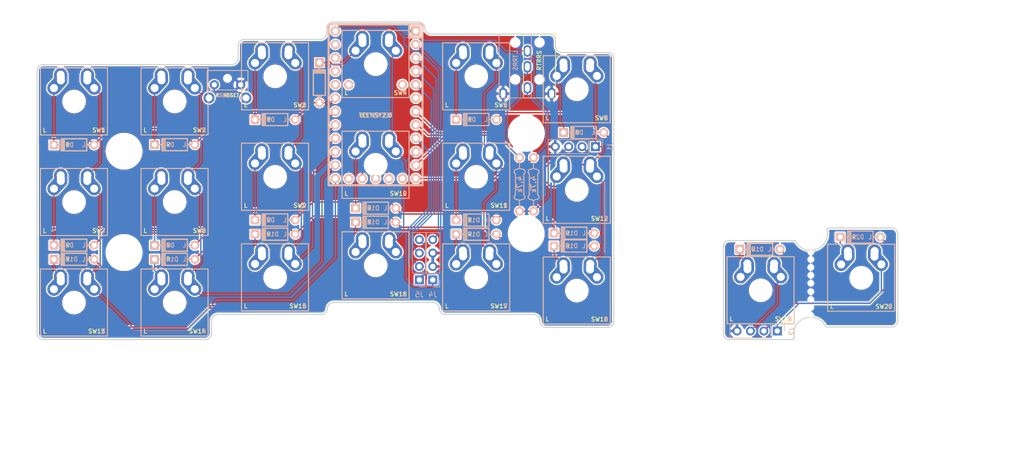
<source format=kicad_pcb>
(kicad_pcb (version 20171130) (host pcbnew "(5.1.0)-1")
  (layers (0 F.Cu signal) (31 B.Cu signal) (34 B.Paste user) (35 F.Paste user) (36 B.SilkS user) (37 F.SilkS user) (38 B.Mask user) (39 F.Mask user) (44 Edge.Cuts user))
  (net 0 "")
  (net 1 row1)
  (net 2 "Net-(D1-Pad2)")
  (net 3 "Net-(D2-Pad2)")
  (net 4 "Net-(D3-Pad2)")
  (net 5 "Net-(D4-Pad2)")
  (net 6 "Net-(D5-Pad2)")
  (net 7 "Net-(D6-Pad2)")
  (net 8 row2)
  (net 9 "Net-(D7-Pad2)")
  (net 10 "Net-(D8-Pad2)")
  (net 11 "Net-(D9-Pad2)")
  (net 12 "Net-(D10-Pad2)")
  (net 13 "Net-(D11-Pad2)")
  (net 14 "Net-(D12-Pad2)")
  (net 15 "Net-(D13-Pad2)")
  (net 16 row3)
  (net 17 "Net-(D14-Pad2)")
  (net 18 "Net-(D15-Pad2)")
  (net 19 "Net-(D16-Pad2)")
  (net 20 "Net-(D17-Pad2)")
  (net 21 "Net-(D18-Pad2)")
  (net 22 "Net-(D19-Pad2)")
  (net 23 "Net-(D19-Pad1)")
  (net 24 "Net-(D20-Pad2)")
  (net 25 row4)
  (net 26 column6)
  (net 27 column5)
  (net 28 "Net-(J2-Pad3)")
  (net 29 GND)
  (net 30 data1)
  (net 31 VCC)
  (net 32 data2)
  (net 33 motion)
  (net 34 ss)
  (net 35 mosi)
  (net 36 sclk)
  (net 37 miso)
  (net 38 column1)
  (net 39 column2)
  (net 40 column3)
  (net 41 column4)
  (net 42 "Net-(U1-Pad6)")
  (net 43 "Net-(U1-Pad13)")
  (net 44 "Net-(U1-Pad14)")
  (net 45 "Net-(U1-Pad17)")
  (net 46 "Net-(U1-Pad28)")
  (net 47 "Net-(U1-Pad30)")
  (net 48 "Net-(U1-Pad31)")
  (net 49 "Net-(J2-Pad1)")
  (net 50 "Net-(U1-Pad25)")
  (net 51 "Net-(U1-Pad26)")
  (net 52 "Net-(U1-Pad27)")
  (net 53 "Net-(U1-Pad15)")
  (net 54 "Net-(RESET1-Pad2)")
  (module oddball:Diode (layer B.Cu) (at 229.47 97.06 180)
    (fp_text reference D20 (at 1.7145 0 180) (layer B.SilkS) (effects (font (size 0.8 0.8)) (justify right mirror)))
    (fp_text value D hide)
    (fp_text user L (at -2.286 0 180) (layer B.SilkS) (effects (font (size 0.8 0.8)) (justify left mirror)))
    (fp_text user R (at 1.7145 0 180) (layer F.SilkS) (effects (font (size 0.8 0.8)) (justify left)))
    (pad 2 thru_hole rect (at 3.81 0 180) (size 1.651 1.651) (drill 0.9906) (layers *.Cu *.SilkS *.Mask) (net 24 "Net-(D20-Pad2)"))
    (pad 1 thru_hole circle (at -3.81 0 180) (size 1.651 1.651) (drill 0.9906) (layers *.Cu *.SilkS *.Mask) (net 23 "Net-(D19-Pad1)"))
  )
  (module oddball:Diode (layer B.Cu) (at 210.45 99.37 180)
    (fp_text reference D19 (at 1.7145 0 180) (layer B.SilkS) (effects (font (size 0.8 0.8)) (justify right mirror)))
    (fp_text value D hide)
    (fp_text user L (at -2.286 0 180) (layer B.SilkS) (effects (font (size 0.8 0.8)) (justify left mirror)))
    (fp_text user R (at 1.7145 0 180) (layer F.SilkS) (effects (font (size 0.8 0.8)) (justify left)))
    (pad 2 thru_hole rect (at 3.81 0 180) (size 1.651 1.651) (drill 0.9906) (layers *.Cu *.SilkS *.Mask) (net 22 "Net-(D19-Pad2)"))
    (pad 1 thru_hole circle (at -3.81 0 180) (size 1.651 1.651) (drill 0.9906) (layers *.Cu *.SilkS *.Mask) (net 23 "Net-(D19-Pad1)"))
  )
  (module oddball:Diode (layer B.Cu) (at 127 67.81 90)
    (fp_text reference D4 (at 1.7145 0 90) (layer B.SilkS) (effects (font (size 0.8 0.8)) (justify right mirror)))
    (fp_text value D hide)
    (fp_text user L (at -2.286 0 90) (layer B.SilkS) (effects (font (size 0.8 0.8)) (justify left mirror)))
    (fp_text user R (at 1.7145 0 90) (layer F.SilkS) (effects (font (size 0.8 0.8)) (justify left)))
    (pad 2 thru_hole rect (at 3.81 0 90) (size 1.651 1.651) (drill 0.9906) (layers *.Cu *.SilkS *.Mask) (net 5 "Net-(D4-Pad2)"))
    (pad 1 thru_hole circle (at -3.81 0 90) (size 1.651 1.651) (drill 0.9906) (layers *.Cu *.SilkS *.Mask) (net 1 row1))
  )
  (module oddball:Diode (layer B.Cu) (at 80.52 79.59 180)
    (fp_text reference D1 (at 1.7145 0 180) (layer B.SilkS) (effects (font (size 0.8 0.8)) (justify right mirror)))
    (fp_text value D hide)
    (fp_text user L (at -2.286 0 180) (layer B.SilkS) (effects (font (size 0.8 0.8)) (justify left mirror)))
    (fp_text user R (at 1.7145 0 180) (layer F.SilkS) (effects (font (size 0.8 0.8)) (justify left)))
    (pad 2 thru_hole rect (at 3.81 0 180) (size 1.651 1.651) (drill 0.9906) (layers *.Cu *.SilkS *.Mask) (net 2 "Net-(D1-Pad2)"))
    (pad 1 thru_hole circle (at -3.81 0 180) (size 1.651 1.651) (drill 0.9906) (layers *.Cu *.SilkS *.Mask) (net 1 row1))
  )
  (module oddball:Diode (layer B.Cu) (at 99.59 79.55 180)
    (fp_text reference D2 (at 1.7145 0 180) (layer B.SilkS) (effects (font (size 0.8 0.8)) (justify right mirror)))
    (fp_text value D hide)
    (fp_text user L (at -2.286 0 180) (layer B.SilkS) (effects (font (size 0.8 0.8)) (justify left mirror)))
    (fp_text user R (at 1.7145 0 180) (layer F.SilkS) (effects (font (size 0.8 0.8)) (justify left)))
    (pad 2 thru_hole rect (at 3.81 0 180) (size 1.651 1.651) (drill 0.9906) (layers *.Cu *.SilkS *.Mask) (net 3 "Net-(D2-Pad2)"))
    (pad 1 thru_hole circle (at -3.81 0 180) (size 1.651 1.651) (drill 0.9906) (layers *.Cu *.SilkS *.Mask) (net 1 row1))
  )
  (module oddball:Diode (layer B.Cu) (at 118.61 74.8 180)
    (fp_text reference D3 (at 1.7145 0 180) (layer B.SilkS) (effects (font (size 0.8 0.8)) (justify right mirror)))
    (fp_text value D hide)
    (fp_text user L (at -2.286 0 180) (layer B.SilkS) (effects (font (size 0.8 0.8)) (justify left mirror)))
    (fp_text user R (at 1.7145 0 180) (layer F.SilkS) (effects (font (size 0.8 0.8)) (justify left)))
    (pad 2 thru_hole rect (at 3.81 0 180) (size 1.651 1.651) (drill 0.9906) (layers *.Cu *.SilkS *.Mask) (net 4 "Net-(D3-Pad2)"))
    (pad 1 thru_hole circle (at -3.81 0 180) (size 1.651 1.651) (drill 0.9906) (layers *.Cu *.SilkS *.Mask) (net 1 row1))
  )
  (module oddball:Diode (layer B.Cu) (at 156.72 74.79 180)
    (fp_text reference D5 (at 1.7145 0 180) (layer B.SilkS) (effects (font (size 0.8 0.8)) (justify right mirror)))
    (fp_text value D hide)
    (fp_text user L (at -2.286 0 180) (layer B.SilkS) (effects (font (size 0.8 0.8)) (justify left mirror)))
    (fp_text user R (at 1.7145 0 180) (layer F.SilkS) (effects (font (size 0.8 0.8)) (justify left)))
    (pad 2 thru_hole rect (at 3.81 0 180) (size 1.651 1.651) (drill 0.9906) (layers *.Cu *.SilkS *.Mask) (net 6 "Net-(D5-Pad2)"))
    (pad 1 thru_hole circle (at -3.81 0 180) (size 1.651 1.651) (drill 0.9906) (layers *.Cu *.SilkS *.Mask) (net 1 row1))
  )
  (module oddball:Diode (layer B.Cu) (at 177.06 77.25 180)
    (fp_text reference D6 (at 1.7145 0 180) (layer B.SilkS) (effects (font (size 0.8 0.8)) (justify right mirror)))
    (fp_text value D hide)
    (fp_text user L (at -2.286 0 180) (layer B.SilkS) (effects (font (size 0.8 0.8)) (justify left mirror)))
    (fp_text user R (at 1.7145 0 180) (layer F.SilkS) (effects (font (size 0.8 0.8)) (justify left)))
    (pad 2 thru_hole rect (at 3.81 0 180) (size 1.651 1.651) (drill 0.9906) (layers *.Cu *.SilkS *.Mask) (net 7 "Net-(D6-Pad2)"))
    (pad 1 thru_hole circle (at -3.81 0 180) (size 1.651 1.651) (drill 0.9906) (layers *.Cu *.SilkS *.Mask) (net 1 row1))
  )
  (module oddball:Diode (layer B.Cu) (at 80.52 98.6 180)
    (fp_text reference D7 (at 1.7145 0 180) (layer B.SilkS) (effects (font (size 0.8 0.8)) (justify right mirror)))
    (fp_text value D hide)
    (fp_text user L (at -2.286 0 180) (layer B.SilkS) (effects (font (size 0.8 0.8)) (justify left mirror)))
    (fp_text user R (at 1.7145 0 180) (layer F.SilkS) (effects (font (size 0.8 0.8)) (justify left)))
    (pad 2 thru_hole rect (at 3.81 0 180) (size 1.651 1.651) (drill 0.9906) (layers *.Cu *.SilkS *.Mask) (net 9 "Net-(D7-Pad2)"))
    (pad 1 thru_hole circle (at -3.81 0 180) (size 1.651 1.651) (drill 0.9906) (layers *.Cu *.SilkS *.Mask) (net 8 row2))
  )
  (module oddball:Diode (layer B.Cu) (at 99.59 98.61 180)
    (fp_text reference D8 (at 1.7145 0 180) (layer B.SilkS) (effects (font (size 0.8 0.8)) (justify right mirror)))
    (fp_text value D hide)
    (fp_text user L (at -2.286 0 180) (layer B.SilkS) (effects (font (size 0.8 0.8)) (justify left mirror)))
    (fp_text user R (at 1.7145 0 180) (layer F.SilkS) (effects (font (size 0.8 0.8)) (justify left)))
    (pad 2 thru_hole rect (at 3.81 0 180) (size 1.651 1.651) (drill 0.9906) (layers *.Cu *.SilkS *.Mask) (net 10 "Net-(D8-Pad2)"))
    (pad 1 thru_hole circle (at -3.81 0 180) (size 1.651 1.651) (drill 0.9906) (layers *.Cu *.SilkS *.Mask) (net 8 row2))
  )
  (module oddball:Diode (layer B.Cu) (at 118.61 93.83 180)
    (fp_text reference D9 (at 1.7145 0 180) (layer B.SilkS) (effects (font (size 0.8 0.8)) (justify right mirror)))
    (fp_text value D hide)
    (fp_text user L (at -2.286 0 180) (layer B.SilkS) (effects (font (size 0.8 0.8)) (justify left mirror)))
    (fp_text user R (at 1.7145 0 180) (layer F.SilkS) (effects (font (size 0.8 0.8)) (justify left)))
    (pad 2 thru_hole rect (at 3.81 0 180) (size 1.651 1.651) (drill 0.9906) (layers *.Cu *.SilkS *.Mask) (net 11 "Net-(D9-Pad2)"))
    (pad 1 thru_hole circle (at -3.81 0 180) (size 1.651 1.651) (drill 0.9906) (layers *.Cu *.SilkS *.Mask) (net 8 row2))
  )
  (module oddball:Diode (layer B.Cu) (at 137.67 91.57 180)
    (fp_text reference D10 (at 1.7145 0 180) (layer B.SilkS) (effects (font (size 0.8 0.8)) (justify right mirror)))
    (fp_text value D hide)
    (fp_text user L (at -2.286 0 180) (layer B.SilkS) (effects (font (size 0.8 0.8)) (justify left mirror)))
    (fp_text user R (at 1.7145 0 180) (layer F.SilkS) (effects (font (size 0.8 0.8)) (justify left)))
    (pad 2 thru_hole rect (at 3.81 0 180) (size 1.651 1.651) (drill 0.9906) (layers *.Cu *.SilkS *.Mask) (net 12 "Net-(D10-Pad2)"))
    (pad 1 thru_hole circle (at -3.81 0 180) (size 1.651 1.651) (drill 0.9906) (layers *.Cu *.SilkS *.Mask) (net 8 row2))
  )
  (module oddball:Diode (layer B.Cu) (at 156.72 93.84 180)
    (fp_text reference D11 (at 1.7145 0 180) (layer B.SilkS) (effects (font (size 0.8 0.8)) (justify right mirror)))
    (fp_text value D hide)
    (fp_text user L (at -2.286 0 180) (layer B.SilkS) (effects (font (size 0.8 0.8)) (justify left mirror)))
    (fp_text user R (at 1.7145 0 180) (layer F.SilkS) (effects (font (size 0.8 0.8)) (justify left)))
    (pad 2 thru_hole rect (at 3.81 0 180) (size 1.651 1.651) (drill 0.9906) (layers *.Cu *.SilkS *.Mask) (net 13 "Net-(D11-Pad2)"))
    (pad 1 thru_hole circle (at -3.81 0 180) (size 1.651 1.651) (drill 0.9906) (layers *.Cu *.SilkS *.Mask) (net 8 row2))
  )
  (module oddball:Diode (layer B.Cu) (at 175.27 96.32 180)
    (fp_text reference D12 (at 1.7145 0 180) (layer B.SilkS) (effects (font (size 0.8 0.8)) (justify right mirror)))
    (fp_text value D hide)
    (fp_text user L (at -2.286 0 180) (layer B.SilkS) (effects (font (size 0.8 0.8)) (justify left mirror)))
    (fp_text user R (at 1.7145 0 180) (layer F.SilkS) (effects (font (size 0.8 0.8)) (justify left)))
    (pad 2 thru_hole rect (at 3.81 0 180) (size 1.651 1.651) (drill 0.9906) (layers *.Cu *.SilkS *.Mask) (net 14 "Net-(D12-Pad2)"))
    (pad 1 thru_hole circle (at -3.81 0 180) (size 1.651 1.651) (drill 0.9906) (layers *.Cu *.SilkS *.Mask) (net 8 row2))
  )
  (module oddball:Diode (layer B.Cu) (at 80.52 101.27 180)
    (fp_text reference D13 (at 1.7145 0 180) (layer B.SilkS) (effects (font (size 0.8 0.8)) (justify right mirror)))
    (fp_text value D hide)
    (fp_text user L (at -2.286 0 180) (layer B.SilkS) (effects (font (size 0.8 0.8)) (justify left mirror)))
    (fp_text user R (at 1.7145 0 180) (layer F.SilkS) (effects (font (size 0.8 0.8)) (justify left)))
    (pad 2 thru_hole rect (at 3.81 0 180) (size 1.651 1.651) (drill 0.9906) (layers *.Cu *.SilkS *.Mask) (net 15 "Net-(D13-Pad2)"))
    (pad 1 thru_hole circle (at -3.81 0 180) (size 1.651 1.651) (drill 0.9906) (layers *.Cu *.SilkS *.Mask) (net 16 row3))
  )
  (module oddball:Diode (layer B.Cu) (at 99.59 101.28 180)
    (fp_text reference D14 (at 1.7145 0 180) (layer B.SilkS) (effects (font (size 0.8 0.8)) (justify right mirror)))
    (fp_text value D hide)
    (fp_text user L (at -2.286 0 180) (layer B.SilkS) (effects (font (size 0.8 0.8)) (justify left mirror)))
    (fp_text user R (at 1.7145 0 180) (layer F.SilkS) (effects (font (size 0.8 0.8)) (justify left)))
    (pad 2 thru_hole rect (at 3.81 0 180) (size 1.651 1.651) (drill 0.9906) (layers *.Cu *.SilkS *.Mask) (net 17 "Net-(D14-Pad2)"))
    (pad 1 thru_hole circle (at -3.81 0 180) (size 1.651 1.651) (drill 0.9906) (layers *.Cu *.SilkS *.Mask) (net 16 row3))
  )
  (module oddball:Diode (layer B.Cu) (at 118.61 96.51 180)
    (fp_text reference D15 (at 1.7145 0 180) (layer B.SilkS) (effects (font (size 0.8 0.8)) (justify right mirror)))
    (fp_text value D hide)
    (fp_text user L (at -2.286 0 180) (layer B.SilkS) (effects (font (size 0.8 0.8)) (justify left mirror)))
    (fp_text user R (at 1.7145 0 180) (layer F.SilkS) (effects (font (size 0.8 0.8)) (justify left)))
    (pad 2 thru_hole rect (at 3.81 0 180) (size 1.651 1.651) (drill 0.9906) (layers *.Cu *.SilkS *.Mask) (net 18 "Net-(D15-Pad2)"))
    (pad 1 thru_hole circle (at -3.81 0 180) (size 1.651 1.651) (drill 0.9906) (layers *.Cu *.SilkS *.Mask) (net 16 row3))
  )
  (module oddball:Diode (layer B.Cu) (at 137.67 94.23 180)
    (fp_text reference D16 (at 1.7145 0 180) (layer B.SilkS) (effects (font (size 0.8 0.8)) (justify right mirror)))
    (fp_text value D hide)
    (fp_text user L (at -2.286 0 180) (layer B.SilkS) (effects (font (size 0.8 0.8)) (justify left mirror)))
    (fp_text user R (at 1.7145 0 180) (layer F.SilkS) (effects (font (size 0.8 0.8)) (justify left)))
    (pad 2 thru_hole rect (at 3.81 0 180) (size 1.651 1.651) (drill 0.9906) (layers *.Cu *.SilkS *.Mask) (net 19 "Net-(D16-Pad2)"))
    (pad 1 thru_hole circle (at -3.81 0 180) (size 1.651 1.651) (drill 0.9906) (layers *.Cu *.SilkS *.Mask) (net 16 row3))
  )
  (module oddball:Diode (layer B.Cu) (at 156.72 96.52 180)
    (fp_text reference D17 (at 1.7145 0 180) (layer B.SilkS) (effects (font (size 0.8 0.8)) (justify right mirror)))
    (fp_text value D hide)
    (fp_text user L (at -2.286 0 180) (layer B.SilkS) (effects (font (size 0.8 0.8)) (justify left mirror)))
    (fp_text user R (at 1.7145 0 180) (layer F.SilkS) (effects (font (size 0.8 0.8)) (justify left)))
    (pad 2 thru_hole rect (at 3.81 0 180) (size 1.651 1.651) (drill 0.9906) (layers *.Cu *.SilkS *.Mask) (net 20 "Net-(D17-Pad2)"))
    (pad 1 thru_hole circle (at -3.81 0 180) (size 1.651 1.651) (drill 0.9906) (layers *.Cu *.SilkS *.Mask) (net 16 row3))
  )
  (module oddball:Diode (layer B.Cu) (at 175.25 98.75 180)
    (fp_text reference D18 (at 1.7145 0 180) (layer B.SilkS) (effects (font (size 0.8 0.8)) (justify right mirror)))
    (fp_text value D hide)
    (fp_text user L (at -2.286 0 180) (layer B.SilkS) (effects (font (size 0.8 0.8)) (justify left mirror)))
    (fp_text user R (at 1.7145 0 180) (layer F.SilkS) (effects (font (size 0.8 0.8)) (justify left)))
    (pad 2 thru_hole rect (at 3.81 0 180) (size 1.651 1.651) (drill 0.9906) (layers *.Cu *.SilkS *.Mask) (net 21 "Net-(D18-Pad2)"))
    (pad 1 thru_hole circle (at -3.81 0 180) (size 1.651 1.651) (drill 0.9906) (layers *.Cu *.SilkS *.Mask) (net 16 row3))
  )
  (module oddball:TRRS-PJ-320A-dual (layer F.Cu) (at 166.4 58.6)
    (fp_text reference J3)
    (fp_text value TRRS)
    (fp_text user TRRS (at 2.25 3 90) (layer F.SilkS) (effects (font (size 0.8 0.8)) (justify right)))
    (fp_text user TRRS (at -2.25 7 90) (layer B.SilkS) (effects (font (size 0.8 0.8)) (justify right mirror)))
    (fp_text user L (at -2.25 3 90) (layer B.SilkS) (effects (font (size 0.8 0.8)) (justify left mirror)))
    (fp_text user R (at 2.25 7 90) (layer F.SilkS) (effects (font (size 0.8 0.8)) (justify left)))
    (pad "" np_thru_hole circle (at 2.3 8.6) (size 1.5 1.5) (drill 1.5) (layers *.Cu *.Mask))
    (pad "" np_thru_hole circle (at 2.3 1.6) (size 1.5 1.5) (drill 1.5) (layers *.Cu *.Mask))
    (pad 1 thru_hole oval (at 4.6 11.3) (size 1.6 2.2) (drill oval 0.9 1.5) (layers *.Cu *.Mask) (net 29 GND))
    (pad 1 thru_hole oval (at -4.6 11.3) (size 1.6 2.2) (drill oval 0.9 1.5) (layers *.Cu *.Mask) (net 29 GND))
    (pad 2 thru_hole oval (at 0 10.2) (size 1.6 2.2) (drill oval 0.9 1.5) (layers *.Cu *.Mask) (net 32 data2))
    (pad 4 thru_hole oval (at 0 3.2) (size 1.6 2.2) (drill oval 0.9 1.5) (layers *.Cu *.Mask) (net 31 VCC))
    (pad "" np_thru_hole circle (at -2.3 8.6) (size 1.5 1.5) (drill 1.5) (layers *.Cu *.Mask))
    (pad "" np_thru_hole circle (at -2.3 1.6) (size 1.5 1.5) (drill 1.5) (layers *.Cu *.Mask))
    (pad 3 thru_hole oval (at 0 6.2) (size 1.6 2.2) (drill oval 0.9 1.5) (layers *.Cu *.Mask) (net 30 data1))
  )
  (module oddball:Teensy_2.0 (layer B.Cu) (at 137.65 72 270)
    (fp_text reference U1 hide)
    (fp_text value TEENSY2.0 (at 2 0 180) (layer B.SilkS) (effects (font (size 0.8 0.8)) (justify mirror)))
    (fp_text user TEENSY2.0 (at 2 0 180) (layer F.SilkS) (effects (font (size 0.8 0.8))))
    (pad 31 thru_hole circle (at -3.81 -5.08) (size 1.7526 1.7526) (drill 1.0922) (layers *.Cu *.SilkS *.Mask) (net 48 "Net-(U1-Pad31)"))
    (pad 30 thru_hole circle (at -3.81 5.08) (size 1.7526 1.7526) (drill 1.0922) (layers *.Cu *.SilkS *.Mask) (net 47 "Net-(U1-Pad30)"))
    (pad 29 thru_hole circle (at -13.97 7.62 270) (size 1.7526 1.7526) (drill 1.0922) (layers *.Cu *.SilkS *.Mask) (net 31 VCC))
    (pad 28 thru_hole circle (at -11.43 7.62 270) (size 1.7526 1.7526) (drill 1.0922) (layers *.Cu *.SilkS *.Mask) (net 46 "Net-(U1-Pad28)"))
    (pad 27 thru_hole circle (at -8.89 7.62 270) (size 1.7526 1.7526) (drill 1.0922) (layers *.Cu *.SilkS *.Mask) (net 52 "Net-(U1-Pad27)"))
    (pad 26 thru_hole circle (at -6.35 7.62 270) (size 1.7526 1.7526) (drill 1.0922) (layers *.Cu *.SilkS *.Mask) (net 51 "Net-(U1-Pad26)"))
    (pad 25 thru_hole circle (at -3.81 7.62 270) (size 1.7526 1.7526) (drill 1.0922) (layers *.Cu *.SilkS *.Mask) (net 50 "Net-(U1-Pad25)"))
    (pad 24 thru_hole circle (at -1.27 7.62 270) (size 1.7526 1.7526) (drill 1.0922) (layers *.Cu *.SilkS *.Mask) (net 1 row1))
    (pad 23 thru_hole circle (at 1.27 7.62 270) (size 1.7526 1.7526) (drill 1.0922) (layers *.Cu *.SilkS *.Mask) (net 25 row4))
    (pad 22 thru_hole circle (at 3.81 7.62 270) (size 1.7526 1.7526) (drill 1.0922) (layers *.Cu *.SilkS *.Mask) (net 16 row3))
    (pad 21 thru_hole circle (at 6.35 7.62 270) (size 1.7526 1.7526) (drill 1.0922) (layers *.Cu *.SilkS *.Mask) (net 8 row2))
    (pad 20 thru_hole circle (at 8.89 7.62 270) (size 1.7526 1.7526) (drill 1.0922) (layers *.Cu *.SilkS *.Mask) (net 40 column3))
    (pad 19 thru_hole circle (at 11.43 7.62 270) (size 1.7526 1.7526) (drill 1.0922) (layers *.Cu *.SilkS *.Mask) (net 39 column2))
    (pad 18 thru_hole circle (at 13.97 7.62 270) (size 1.7526 1.7526) (drill 1.0922) (layers *.Cu *.SilkS *.Mask) (net 38 column1))
    (pad 17 thru_hole circle (at 13.97 5.08) (size 1.7526 1.7526) (drill 1.0922) (layers *.Cu *.SilkS *.Mask) (net 45 "Net-(U1-Pad17)"))
    (pad 16 thru_hole circle (at 13.97 2.54) (size 1.7526 1.7526) (drill 1.0922) (layers *.Cu *.SilkS *.Mask) (net 54 "Net-(RESET1-Pad2)"))
    (pad 15 thru_hole circle (at 13.97 0) (size 1.7526 1.7526) (drill 1.0922) (layers *.Cu *.SilkS *.Mask) (net 53 "Net-(U1-Pad15)"))
    (pad 14 thru_hole circle (at 13.97 -2.54) (size 1.7526 1.7526) (drill 1.0922) (layers *.Cu *.SilkS *.Mask) (net 44 "Net-(U1-Pad14)"))
    (pad 13 thru_hole circle (at 13.97 -5.08) (size 1.7526 1.7526) (drill 1.0922) (layers *.Cu *.SilkS *.Mask) (net 43 "Net-(U1-Pad13)"))
    (pad 12 thru_hole circle (at 13.97 -7.62 270) (size 1.7526 1.7526) (drill 1.0922) (layers *.Cu *.SilkS *.Mask) (net 26 column6))
    (pad 11 thru_hole circle (at 11.43 -7.62 270) (size 1.7526 1.7526) (drill 1.0922) (layers *.Cu *.SilkS *.Mask) (net 27 column5))
    (pad 10 thru_hole circle (at 8.89 -7.62 270) (size 1.7526 1.7526) (drill 1.0922) (layers *.Cu *.SilkS *.Mask) (net 41 column4))
    (pad 9 thru_hole circle (at 6.35 -7.62 270) (size 1.7526 1.7526) (drill 1.0922) (layers *.Cu *.SilkS *.Mask) (net 33 motion))
    (pad 8 thru_hole circle (at 3.81 -7.62 270) (size 1.7526 1.7526) (drill 1.0922) (layers *.Cu *.SilkS *.Mask) (net 32 data2))
    (pad 7 thru_hole circle (at 1.27 -7.62 270) (size 1.7526 1.7526) (drill 1.0922) (layers *.Cu *.SilkS *.Mask) (net 30 data1))
    (pad 6 thru_hole circle (at -1.27 -7.62 270) (size 1.7526 1.7526) (drill 1.0922) (layers *.Cu *.SilkS *.Mask) (net 42 "Net-(U1-Pad6)"))
    (pad 5 thru_hole circle (at -3.81 -7.62 270) (size 1.7526 1.7526) (drill 1.0922) (layers *.Cu *.SilkS *.Mask) (net 37 miso))
    (pad 4 thru_hole circle (at -6.35 -7.62 270) (size 1.7526 1.7526) (drill 1.0922) (layers *.Cu *.SilkS *.Mask) (net 35 mosi))
    (pad 3 thru_hole circle (at -8.89 -7.62 270) (size 1.7526 1.7526) (drill 1.0922) (layers *.Cu *.SilkS *.Mask) (net 36 sclk))
    (pad 2 thru_hole circle (at -11.43 -7.62 270) (size 1.7526 1.7526) (drill 1.0922) (layers *.Cu *.SilkS *.Mask) (net 34 ss))
    (pad 1 thru_hole rect (at -13.97 -7.62 270) (size 1.7526 1.7526) (drill 1.0922) (layers *.Cu *.SilkS *.Mask) (net 29 GND))
  )
  (module oddball:Hybrid_PLATE_100H_Dual_hole-flip (layer F.Cu) (at 137.67 102.42)
    (fp_text reference SW16 (at 6 5.438) (layer F.SilkS) (effects (font (size 0.8 0.8)) (justify right)))
    (fp_text value KEYSW hide)
    (fp_text user L (at -6 5.438) (layer F.SilkS) (effects (font (size 0.8 0.8)) (justify left)))
    (fp_text user R (at 6 5.438) (layer B.SilkS) (effects (font (size 0.8 0.8)) (justify left mirror)))
    (pad 2 thru_hole circle (at -2.54 -5.08 330.95) (size 2 2) (drill 1.524) (layers *.Cu *.Mask) (net 19 "Net-(D16-Pad2)"))
    (pad 2 thru_hole circle (at -2.5 -4.5 330.95) (size 2 2) (drill 1.524) (layers *.Cu *.Mask) (net 19 "Net-(D16-Pad2)"))
    (pad 2 thru_hole oval (at -2.52 -4.79 3.945) (size 2.5 3.081378) (drill 0.001) (layers *.Cu *.Mask) (net 19 "Net-(D16-Pad2)"))
    (pad 1 thru_hole circle (at 3.81 -2.54 330.95) (size 2 2) (drill 1.524) (layers *.Cu *.Mask) (net 41 column4))
    (pad 1 thru_hole circle (at 2.5 -4) (size 2 2) (drill 1.524) (layers *.Cu *.Mask) (net 41 column4))
    (pad 2 thru_hole oval (at -3.155 -3.27 138.1) (size 2.5 4.461556) (drill 0.001) (layers *.Cu *.Mask) (net 19 "Net-(D16-Pad2)"))
    (pad 1 thru_hole oval (at 3.155 -3.27 221.9) (size 2.5 4.461556) (drill 0.001) (layers *.Cu *.Mask) (net 41 column4))
    (pad 2 thru_hole circle (at -3.81 -2.54 330.95) (size 2 2) (drill 1.524) (layers *.Cu *.Mask) (net 19 "Net-(D16-Pad2)"))
    (pad "" np_thru_hole circle (at 0 0) (size 3.9878 3.9878) (drill 3.9878) (layers *.Cu *.Mask))
    (pad 2 thru_hole circle (at -2.5 -4 330.95) (size 2 2) (drill 1.524) (layers *.Cu *.Mask) (net 19 "Net-(D16-Pad2)"))
    (pad 1 thru_hole circle (at 2.54 -5.08 330.95) (size 2 2) (drill 1.524) (layers *.Cu *.Mask) (net 41 column4))
    (pad 1 thru_hole circle (at 2.5 -4.5 330.95) (size 2 2) (drill 1.524) (layers *.Cu *.Mask) (net 41 column4))
    (pad 1 thru_hole oval (at 2.52 -4.79 356.055) (size 2.5 3.081378) (drill 0.001) (layers *.Cu *.Mask) (net 41 column4))
  )
  (module oddball:Hybrid_PLATE_100H_Dual_hole-flip (layer F.Cu) (at 229.65 104.78)
    (fp_text reference SW20 (at 6 5.438) (layer F.SilkS) (effects (font (size 0.8 0.8)) (justify right)))
    (fp_text value KEYSW hide)
    (fp_text user L (at -6 5.438) (layer F.SilkS) (effects (font (size 0.8 0.8)) (justify left)))
    (fp_text user R (at 6 5.438) (layer B.SilkS) (effects (font (size 0.8 0.8)) (justify left mirror)))
    (pad 2 thru_hole circle (at -2.54 -5.08 330.95) (size 2 2) (drill 1.524) (layers *.Cu *.Mask) (net 24 "Net-(D20-Pad2)"))
    (pad 2 thru_hole circle (at -2.5 -4.5 330.95) (size 2 2) (drill 1.524) (layers *.Cu *.Mask) (net 24 "Net-(D20-Pad2)"))
    (pad 2 thru_hole oval (at -2.52 -4.79 3.945) (size 2.5 3.081378) (drill 0.001) (layers *.Cu *.Mask) (net 24 "Net-(D20-Pad2)"))
    (pad 1 thru_hole circle (at 3.81 -2.54 330.95) (size 2 2) (drill 1.524) (layers *.Cu *.Mask) (net 49 "Net-(J2-Pad1)"))
    (pad 1 thru_hole circle (at 2.5 -4) (size 2 2) (drill 1.524) (layers *.Cu *.Mask) (net 49 "Net-(J2-Pad1)"))
    (pad 2 thru_hole oval (at -3.155 -3.27 138.1) (size 2.5 4.461556) (drill 0.001) (layers *.Cu *.Mask) (net 24 "Net-(D20-Pad2)"))
    (pad 1 thru_hole oval (at 3.155 -3.27 221.9) (size 2.5 4.461556) (drill 0.001) (layers *.Cu *.Mask) (net 49 "Net-(J2-Pad1)"))
    (pad 2 thru_hole circle (at -3.81 -2.54 330.95) (size 2 2) (drill 1.524) (layers *.Cu *.Mask) (net 24 "Net-(D20-Pad2)"))
    (pad "" np_thru_hole circle (at 0 0) (size 3.9878 3.9878) (drill 3.9878) (layers *.Cu *.Mask))
    (pad 2 thru_hole circle (at -2.5 -4 330.95) (size 2 2) (drill 1.524) (layers *.Cu *.Mask) (net 24 "Net-(D20-Pad2)"))
    (pad 1 thru_hole circle (at 2.54 -5.08 330.95) (size 2 2) (drill 1.524) (layers *.Cu *.Mask) (net 49 "Net-(J2-Pad1)"))
    (pad 1 thru_hole circle (at 2.5 -4.5 330.95) (size 2 2) (drill 1.524) (layers *.Cu *.Mask) (net 49 "Net-(J2-Pad1)"))
    (pad 1 thru_hole oval (at 2.52 -4.79 356.055) (size 2.5 3.081378) (drill 0.001) (layers *.Cu *.Mask) (net 49 "Net-(J2-Pad1)"))
  )
  (module oddball:Hybrid_PLATE_100H_Dual_hole-flip (layer F.Cu) (at 210.6 107.15)
    (fp_text reference SW19 (at 6 5.438) (layer F.SilkS) (effects (font (size 0.8 0.8)) (justify right)))
    (fp_text value KEYSW hide)
    (fp_text user L (at -6 5.438) (layer F.SilkS) (effects (font (size 0.8 0.8)) (justify left)))
    (fp_text user R (at 6 5.438) (layer B.SilkS) (effects (font (size 0.8 0.8)) (justify left mirror)))
    (pad 2 thru_hole circle (at -2.54 -5.08 330.95) (size 2 2) (drill 1.524) (layers *.Cu *.Mask) (net 22 "Net-(D19-Pad2)"))
    (pad 2 thru_hole circle (at -2.5 -4.5 330.95) (size 2 2) (drill 1.524) (layers *.Cu *.Mask) (net 22 "Net-(D19-Pad2)"))
    (pad 2 thru_hole oval (at -2.52 -4.79 3.945) (size 2.5 3.081378) (drill 0.001) (layers *.Cu *.Mask) (net 22 "Net-(D19-Pad2)"))
    (pad 1 thru_hole circle (at 3.81 -2.54 330.95) (size 2 2) (drill 1.524) (layers *.Cu *.Mask) (net 28 "Net-(J2-Pad3)"))
    (pad 1 thru_hole circle (at 2.5 -4) (size 2 2) (drill 1.524) (layers *.Cu *.Mask) (net 28 "Net-(J2-Pad3)"))
    (pad 2 thru_hole oval (at -3.155 -3.27 138.1) (size 2.5 4.461556) (drill 0.001) (layers *.Cu *.Mask) (net 22 "Net-(D19-Pad2)"))
    (pad 1 thru_hole oval (at 3.155 -3.27 221.9) (size 2.5 4.461556) (drill 0.001) (layers *.Cu *.Mask) (net 28 "Net-(J2-Pad3)"))
    (pad 2 thru_hole circle (at -3.81 -2.54 330.95) (size 2 2) (drill 1.524) (layers *.Cu *.Mask) (net 22 "Net-(D19-Pad2)"))
    (pad "" np_thru_hole circle (at 0 0) (size 3.9878 3.9878) (drill 3.9878) (layers *.Cu *.Mask))
    (pad 2 thru_hole circle (at -2.5 -4 330.95) (size 2 2) (drill 1.524) (layers *.Cu *.Mask) (net 22 "Net-(D19-Pad2)"))
    (pad 1 thru_hole circle (at 2.54 -5.08 330.95) (size 2 2) (drill 1.524) (layers *.Cu *.Mask) (net 28 "Net-(J2-Pad3)"))
    (pad 1 thru_hole circle (at 2.5 -4.5 330.95) (size 2 2) (drill 1.524) (layers *.Cu *.Mask) (net 28 "Net-(J2-Pad3)"))
    (pad 1 thru_hole oval (at 2.52 -4.79 356.055) (size 2.5 3.081378) (drill 0.001) (layers *.Cu *.Mask) (net 28 "Net-(J2-Pad3)"))
  )
  (module oddball:Hybrid_PLATE_100H_Dual_hole-flip (layer F.Cu) (at 175.77 107.2)
    (fp_text reference SW18 (at 6 5.438) (layer F.SilkS) (effects (font (size 0.8 0.8)) (justify right)))
    (fp_text value KEYSW hide)
    (fp_text user L (at -6 5.438) (layer F.SilkS) (effects (font (size 0.8 0.8)) (justify left)))
    (fp_text user R (at 6 5.438) (layer B.SilkS) (effects (font (size 0.8 0.8)) (justify left mirror)))
    (pad 2 thru_hole circle (at -2.54 -5.08 330.95) (size 2 2) (drill 1.524) (layers *.Cu *.Mask) (net 21 "Net-(D18-Pad2)"))
    (pad 2 thru_hole circle (at -2.5 -4.5 330.95) (size 2 2) (drill 1.524) (layers *.Cu *.Mask) (net 21 "Net-(D18-Pad2)"))
    (pad 2 thru_hole oval (at -2.52 -4.79 3.945) (size 2.5 3.081378) (drill 0.001) (layers *.Cu *.Mask) (net 21 "Net-(D18-Pad2)"))
    (pad 1 thru_hole circle (at 3.81 -2.54 330.95) (size 2 2) (drill 1.524) (layers *.Cu *.Mask) (net 26 column6))
    (pad 1 thru_hole circle (at 2.5 -4) (size 2 2) (drill 1.524) (layers *.Cu *.Mask) (net 26 column6))
    (pad 2 thru_hole oval (at -3.155 -3.27 138.1) (size 2.5 4.461556) (drill 0.001) (layers *.Cu *.Mask) (net 21 "Net-(D18-Pad2)"))
    (pad 1 thru_hole oval (at 3.155 -3.27 221.9) (size 2.5 4.461556) (drill 0.001) (layers *.Cu *.Mask) (net 26 column6))
    (pad 2 thru_hole circle (at -3.81 -2.54 330.95) (size 2 2) (drill 1.524) (layers *.Cu *.Mask) (net 21 "Net-(D18-Pad2)"))
    (pad "" np_thru_hole circle (at 0 0) (size 3.9878 3.9878) (drill 3.9878) (layers *.Cu *.Mask))
    (pad 2 thru_hole circle (at -2.5 -4 330.95) (size 2 2) (drill 1.524) (layers *.Cu *.Mask) (net 21 "Net-(D18-Pad2)"))
    (pad 1 thru_hole circle (at 2.54 -5.08 330.95) (size 2 2) (drill 1.524) (layers *.Cu *.Mask) (net 26 column6))
    (pad 1 thru_hole circle (at 2.5 -4.5 330.95) (size 2 2) (drill 1.524) (layers *.Cu *.Mask) (net 26 column6))
    (pad 1 thru_hole oval (at 2.52 -4.79 356.055) (size 2.5 3.081378) (drill 0.001) (layers *.Cu *.Mask) (net 26 column6))
  )
  (module oddball:Hybrid_PLATE_100H_Dual_hole-flip (layer F.Cu) (at 156.72 104.71)
    (fp_text reference SW17 (at 6 5.438) (layer F.SilkS) (effects (font (size 0.8 0.8)) (justify right)))
    (fp_text value KEYSW hide)
    (fp_text user L (at -6 5.438) (layer F.SilkS) (effects (font (size 0.8 0.8)) (justify left)))
    (fp_text user R (at 6 5.438) (layer B.SilkS) (effects (font (size 0.8 0.8)) (justify left mirror)))
    (pad 2 thru_hole circle (at -2.54 -5.08 330.95) (size 2 2) (drill 1.524) (layers *.Cu *.Mask) (net 20 "Net-(D17-Pad2)"))
    (pad 2 thru_hole circle (at -2.5 -4.5 330.95) (size 2 2) (drill 1.524) (layers *.Cu *.Mask) (net 20 "Net-(D17-Pad2)"))
    (pad 2 thru_hole oval (at -2.52 -4.79 3.945) (size 2.5 3.081378) (drill 0.001) (layers *.Cu *.Mask) (net 20 "Net-(D17-Pad2)"))
    (pad 1 thru_hole circle (at 3.81 -2.54 330.95) (size 2 2) (drill 1.524) (layers *.Cu *.Mask) (net 27 column5))
    (pad 1 thru_hole circle (at 2.5 -4) (size 2 2) (drill 1.524) (layers *.Cu *.Mask) (net 27 column5))
    (pad 2 thru_hole oval (at -3.155 -3.27 138.1) (size 2.5 4.461556) (drill 0.001) (layers *.Cu *.Mask) (net 20 "Net-(D17-Pad2)"))
    (pad 1 thru_hole oval (at 3.155 -3.27 221.9) (size 2.5 4.461556) (drill 0.001) (layers *.Cu *.Mask) (net 27 column5))
    (pad 2 thru_hole circle (at -3.81 -2.54 330.95) (size 2 2) (drill 1.524) (layers *.Cu *.Mask) (net 20 "Net-(D17-Pad2)"))
    (pad "" np_thru_hole circle (at 0 0) (size 3.9878 3.9878) (drill 3.9878) (layers *.Cu *.Mask))
    (pad 2 thru_hole circle (at -2.5 -4 330.95) (size 2 2) (drill 1.524) (layers *.Cu *.Mask) (net 20 "Net-(D17-Pad2)"))
    (pad 1 thru_hole circle (at 2.54 -5.08 330.95) (size 2 2) (drill 1.524) (layers *.Cu *.Mask) (net 27 column5))
    (pad 1 thru_hole circle (at 2.5 -4.5 330.95) (size 2 2) (drill 1.524) (layers *.Cu *.Mask) (net 27 column5))
    (pad 1 thru_hole oval (at 2.52 -4.79 356.055) (size 2.5 3.081378) (drill 0.001) (layers *.Cu *.Mask) (net 27 column5))
  )
  (module oddball:Hybrid_PLATE_100H_Dual_hole-flip (layer F.Cu) (at 118.62 104.7)
    (fp_text reference SW15 (at 6 5.438) (layer F.SilkS) (effects (font (size 0.8 0.8)) (justify right)))
    (fp_text value KEYSW hide)
    (fp_text user L (at -6 5.438) (layer F.SilkS) (effects (font (size 0.8 0.8)) (justify left)))
    (fp_text user R (at 6 5.438) (layer B.SilkS) (effects (font (size 0.8 0.8)) (justify left mirror)))
    (pad 2 thru_hole circle (at -2.54 -5.08 330.95) (size 2 2) (drill 1.524) (layers *.Cu *.Mask) (net 18 "Net-(D15-Pad2)"))
    (pad 2 thru_hole circle (at -2.5 -4.5 330.95) (size 2 2) (drill 1.524) (layers *.Cu *.Mask) (net 18 "Net-(D15-Pad2)"))
    (pad 2 thru_hole oval (at -2.52 -4.79 3.945) (size 2.5 3.081378) (drill 0.001) (layers *.Cu *.Mask) (net 18 "Net-(D15-Pad2)"))
    (pad 1 thru_hole circle (at 3.81 -2.54 330.95) (size 2 2) (drill 1.524) (layers *.Cu *.Mask) (net 40 column3))
    (pad 1 thru_hole circle (at 2.5 -4) (size 2 2) (drill 1.524) (layers *.Cu *.Mask) (net 40 column3))
    (pad 2 thru_hole oval (at -3.155 -3.27 138.1) (size 2.5 4.461556) (drill 0.001) (layers *.Cu *.Mask) (net 18 "Net-(D15-Pad2)"))
    (pad 1 thru_hole oval (at 3.155 -3.27 221.9) (size 2.5 4.461556) (drill 0.001) (layers *.Cu *.Mask) (net 40 column3))
    (pad 2 thru_hole circle (at -3.81 -2.54 330.95) (size 2 2) (drill 1.524) (layers *.Cu *.Mask) (net 18 "Net-(D15-Pad2)"))
    (pad "" np_thru_hole circle (at 0 0) (size 3.9878 3.9878) (drill 3.9878) (layers *.Cu *.Mask))
    (pad 2 thru_hole circle (at -2.5 -4 330.95) (size 2 2) (drill 1.524) (layers *.Cu *.Mask) (net 18 "Net-(D15-Pad2)"))
    (pad 1 thru_hole circle (at 2.54 -5.08 330.95) (size 2 2) (drill 1.524) (layers *.Cu *.Mask) (net 40 column3))
    (pad 1 thru_hole circle (at 2.5 -4.5 330.95) (size 2 2) (drill 1.524) (layers *.Cu *.Mask) (net 40 column3))
    (pad 1 thru_hole oval (at 2.52 -4.79 356.055) (size 2.5 3.081378) (drill 0.001) (layers *.Cu *.Mask) (net 40 column3))
  )
  (module oddball:Hybrid_PLATE_100H_Dual_hole-flip (layer F.Cu) (at 99.59 109.47)
    (fp_text reference SW14 (at 6 5.438) (layer F.SilkS) (effects (font (size 0.8 0.8)) (justify right)))
    (fp_text value KEYSW hide)
    (fp_text user L (at -6 5.438) (layer F.SilkS) (effects (font (size 0.8 0.8)) (justify left)))
    (fp_text user R (at 6 5.438) (layer B.SilkS) (effects (font (size 0.8 0.8)) (justify left mirror)))
    (pad 2 thru_hole circle (at -2.54 -5.08 330.95) (size 2 2) (drill 1.524) (layers *.Cu *.Mask) (net 17 "Net-(D14-Pad2)"))
    (pad 2 thru_hole circle (at -2.5 -4.5 330.95) (size 2 2) (drill 1.524) (layers *.Cu *.Mask) (net 17 "Net-(D14-Pad2)"))
    (pad 2 thru_hole oval (at -2.52 -4.79 3.945) (size 2.5 3.081378) (drill 0.001) (layers *.Cu *.Mask) (net 17 "Net-(D14-Pad2)"))
    (pad 1 thru_hole circle (at 3.81 -2.54 330.95) (size 2 2) (drill 1.524) (layers *.Cu *.Mask) (net 39 column2))
    (pad 1 thru_hole circle (at 2.5 -4) (size 2 2) (drill 1.524) (layers *.Cu *.Mask) (net 39 column2))
    (pad 2 thru_hole oval (at -3.155 -3.27 138.1) (size 2.5 4.461556) (drill 0.001) (layers *.Cu *.Mask) (net 17 "Net-(D14-Pad2)"))
    (pad 1 thru_hole oval (at 3.155 -3.27 221.9) (size 2.5 4.461556) (drill 0.001) (layers *.Cu *.Mask) (net 39 column2))
    (pad 2 thru_hole circle (at -3.81 -2.54 330.95) (size 2 2) (drill 1.524) (layers *.Cu *.Mask) (net 17 "Net-(D14-Pad2)"))
    (pad "" np_thru_hole circle (at 0 0) (size 3.9878 3.9878) (drill 3.9878) (layers *.Cu *.Mask))
    (pad 2 thru_hole circle (at -2.5 -4 330.95) (size 2 2) (drill 1.524) (layers *.Cu *.Mask) (net 17 "Net-(D14-Pad2)"))
    (pad 1 thru_hole circle (at 2.54 -5.08 330.95) (size 2 2) (drill 1.524) (layers *.Cu *.Mask) (net 39 column2))
    (pad 1 thru_hole circle (at 2.5 -4.5 330.95) (size 2 2) (drill 1.524) (layers *.Cu *.Mask) (net 39 column2))
    (pad 1 thru_hole oval (at 2.52 -4.79 356.055) (size 2.5 3.081378) (drill 0.001) (layers *.Cu *.Mask) (net 39 column2))
  )
  (module oddball:Hybrid_PLATE_100H_Dual_hole-flip (layer F.Cu) (at 80.52 109.47)
    (fp_text reference SW13 (at 6 5.438) (layer F.SilkS) (effects (font (size 0.8 0.8)) (justify right)))
    (fp_text value KEYSW hide)
    (fp_text user L (at -6 5.438) (layer F.SilkS) (effects (font (size 0.8 0.8)) (justify left)))
    (fp_text user R (at 6 5.438) (layer B.SilkS) (effects (font (size 0.8 0.8)) (justify left mirror)))
    (pad 2 thru_hole circle (at -2.54 -5.08 330.95) (size 2 2) (drill 1.524) (layers *.Cu *.Mask) (net 15 "Net-(D13-Pad2)"))
    (pad 2 thru_hole circle (at -2.5 -4.5 330.95) (size 2 2) (drill 1.524) (layers *.Cu *.Mask) (net 15 "Net-(D13-Pad2)"))
    (pad 2 thru_hole oval (at -2.52 -4.79 3.945) (size 2.5 3.081378) (drill 0.001) (layers *.Cu *.Mask) (net 15 "Net-(D13-Pad2)"))
    (pad 1 thru_hole circle (at 3.81 -2.54 330.95) (size 2 2) (drill 1.524) (layers *.Cu *.Mask) (net 38 column1))
    (pad 1 thru_hole circle (at 2.5 -4) (size 2 2) (drill 1.524) (layers *.Cu *.Mask) (net 38 column1))
    (pad 2 thru_hole oval (at -3.155 -3.27 138.1) (size 2.5 4.461556) (drill 0.001) (layers *.Cu *.Mask) (net 15 "Net-(D13-Pad2)"))
    (pad 1 thru_hole oval (at 3.155 -3.27 221.9) (size 2.5 4.461556) (drill 0.001) (layers *.Cu *.Mask) (net 38 column1))
    (pad 2 thru_hole circle (at -3.81 -2.54 330.95) (size 2 2) (drill 1.524) (layers *.Cu *.Mask) (net 15 "Net-(D13-Pad2)"))
    (pad "" np_thru_hole circle (at 0 0) (size 3.9878 3.9878) (drill 3.9878) (layers *.Cu *.Mask))
    (pad 2 thru_hole circle (at -2.5 -4 330.95) (size 2 2) (drill 1.524) (layers *.Cu *.Mask) (net 15 "Net-(D13-Pad2)"))
    (pad 1 thru_hole circle (at 2.54 -5.08 330.95) (size 2 2) (drill 1.524) (layers *.Cu *.Mask) (net 38 column1))
    (pad 1 thru_hole circle (at 2.5 -4.5 330.95) (size 2 2) (drill 1.524) (layers *.Cu *.Mask) (net 38 column1))
    (pad 1 thru_hole oval (at 2.52 -4.79 356.055) (size 2.5 3.081378) (drill 0.001) (layers *.Cu *.Mask) (net 38 column1))
  )
  (module oddball:Hybrid_PLATE_100H_Dual_hole-flip (layer F.Cu) (at 175.77 88.12)
    (fp_text reference SW12 (at 6 5.438) (layer F.SilkS) (effects (font (size 0.8 0.8)) (justify right)))
    (fp_text value KEYSW hide)
    (fp_text user L (at -6 5.438) (layer F.SilkS) (effects (font (size 0.8 0.8)) (justify left)))
    (fp_text user R (at 6 5.438) (layer B.SilkS) (effects (font (size 0.8 0.8)) (justify left mirror)))
    (pad 2 thru_hole circle (at -2.54 -5.08 330.95) (size 2 2) (drill 1.524) (layers *.Cu *.Mask) (net 14 "Net-(D12-Pad2)"))
    (pad 2 thru_hole circle (at -2.5 -4.5 330.95) (size 2 2) (drill 1.524) (layers *.Cu *.Mask) (net 14 "Net-(D12-Pad2)"))
    (pad 2 thru_hole oval (at -2.52 -4.79 3.945) (size 2.5 3.081378) (drill 0.001) (layers *.Cu *.Mask) (net 14 "Net-(D12-Pad2)"))
    (pad 1 thru_hole circle (at 3.81 -2.54 330.95) (size 2 2) (drill 1.524) (layers *.Cu *.Mask) (net 26 column6))
    (pad 1 thru_hole circle (at 2.5 -4) (size 2 2) (drill 1.524) (layers *.Cu *.Mask) (net 26 column6))
    (pad 2 thru_hole oval (at -3.155 -3.27 138.1) (size 2.5 4.461556) (drill 0.001) (layers *.Cu *.Mask) (net 14 "Net-(D12-Pad2)"))
    (pad 1 thru_hole oval (at 3.155 -3.27 221.9) (size 2.5 4.461556) (drill 0.001) (layers *.Cu *.Mask) (net 26 column6))
    (pad 2 thru_hole circle (at -3.81 -2.54 330.95) (size 2 2) (drill 1.524) (layers *.Cu *.Mask) (net 14 "Net-(D12-Pad2)"))
    (pad "" np_thru_hole circle (at 0 0) (size 3.9878 3.9878) (drill 3.9878) (layers *.Cu *.Mask))
    (pad 2 thru_hole circle (at -2.5 -4 330.95) (size 2 2) (drill 1.524) (layers *.Cu *.Mask) (net 14 "Net-(D12-Pad2)"))
    (pad 1 thru_hole circle (at 2.54 -5.08 330.95) (size 2 2) (drill 1.524) (layers *.Cu *.Mask) (net 26 column6))
    (pad 1 thru_hole circle (at 2.5 -4.5 330.95) (size 2 2) (drill 1.524) (layers *.Cu *.Mask) (net 26 column6))
    (pad 1 thru_hole oval (at 2.52 -4.79 356.055) (size 2.5 3.081378) (drill 0.001) (layers *.Cu *.Mask) (net 26 column6))
  )
  (module oddball:Hybrid_PLATE_100H_Dual_hole-flip (layer F.Cu) (at 156.72 85.65)
    (fp_text reference SW11 (at 6 5.438) (layer F.SilkS) (effects (font (size 0.8 0.8)) (justify right)))
    (fp_text value KEYSW hide)
    (fp_text user L (at -6 5.438) (layer F.SilkS) (effects (font (size 0.8 0.8)) (justify left)))
    (fp_text user R (at 6 5.438) (layer B.SilkS) (effects (font (size 0.8 0.8)) (justify left mirror)))
    (pad 2 thru_hole circle (at -2.54 -5.08 330.95) (size 2 2) (drill 1.524) (layers *.Cu *.Mask) (net 13 "Net-(D11-Pad2)"))
    (pad 2 thru_hole circle (at -2.5 -4.5 330.95) (size 2 2) (drill 1.524) (layers *.Cu *.Mask) (net 13 "Net-(D11-Pad2)"))
    (pad 2 thru_hole oval (at -2.52 -4.79 3.945) (size 2.5 3.081378) (drill 0.001) (layers *.Cu *.Mask) (net 13 "Net-(D11-Pad2)"))
    (pad 1 thru_hole circle (at 3.81 -2.54 330.95) (size 2 2) (drill 1.524) (layers *.Cu *.Mask) (net 27 column5))
    (pad 1 thru_hole circle (at 2.5 -4) (size 2 2) (drill 1.524) (layers *.Cu *.Mask) (net 27 column5))
    (pad 2 thru_hole oval (at -3.155 -3.27 138.1) (size 2.5 4.461556) (drill 0.001) (layers *.Cu *.Mask) (net 13 "Net-(D11-Pad2)"))
    (pad 1 thru_hole oval (at 3.155 -3.27 221.9) (size 2.5 4.461556) (drill 0.001) (layers *.Cu *.Mask) (net 27 column5))
    (pad 2 thru_hole circle (at -3.81 -2.54 330.95) (size 2 2) (drill 1.524) (layers *.Cu *.Mask) (net 13 "Net-(D11-Pad2)"))
    (pad "" np_thru_hole circle (at 0 0) (size 3.9878 3.9878) (drill 3.9878) (layers *.Cu *.Mask))
    (pad 2 thru_hole circle (at -2.5 -4 330.95) (size 2 2) (drill 1.524) (layers *.Cu *.Mask) (net 13 "Net-(D11-Pad2)"))
    (pad 1 thru_hole circle (at 2.54 -5.08 330.95) (size 2 2) (drill 1.524) (layers *.Cu *.Mask) (net 27 column5))
    (pad 1 thru_hole circle (at 2.5 -4.5 330.95) (size 2 2) (drill 1.524) (layers *.Cu *.Mask) (net 27 column5))
    (pad 1 thru_hole oval (at 2.52 -4.79 356.055) (size 2.5 3.081378) (drill 0.001) (layers *.Cu *.Mask) (net 27 column5))
  )
  (module oddball:Hybrid_PLATE_100H_Dual_hole-flip (layer F.Cu) (at 137.67 83.38)
    (fp_text reference SW10 (at 6 5.438) (layer F.SilkS) (effects (font (size 0.8 0.8)) (justify right)))
    (fp_text value KEYSW hide)
    (fp_text user L (at -6 5.438) (layer F.SilkS) (effects (font (size 0.8 0.8)) (justify left)))
    (fp_text user R (at 6 5.438) (layer B.SilkS) (effects (font (size 0.8 0.8)) (justify left mirror)))
    (pad 2 thru_hole circle (at -2.54 -5.08 330.95) (size 2 2) (drill 1.524) (layers *.Cu *.Mask) (net 12 "Net-(D10-Pad2)"))
    (pad 2 thru_hole circle (at -2.5 -4.5 330.95) (size 2 2) (drill 1.524) (layers *.Cu *.Mask) (net 12 "Net-(D10-Pad2)"))
    (pad 2 thru_hole oval (at -2.52 -4.79 3.945) (size 2.5 3.081378) (drill 0.001) (layers *.Cu *.Mask) (net 12 "Net-(D10-Pad2)"))
    (pad 1 thru_hole circle (at 3.81 -2.54 330.95) (size 2 2) (drill 1.524) (layers *.Cu *.Mask) (net 41 column4))
    (pad 1 thru_hole circle (at 2.5 -4) (size 2 2) (drill 1.524) (layers *.Cu *.Mask) (net 41 column4))
    (pad 2 thru_hole oval (at -3.155 -3.27 138.1) (size 2.5 4.461556) (drill 0.001) (layers *.Cu *.Mask) (net 12 "Net-(D10-Pad2)"))
    (pad 1 thru_hole oval (at 3.155 -3.27 221.9) (size 2.5 4.461556) (drill 0.001) (layers *.Cu *.Mask) (net 41 column4))
    (pad 2 thru_hole circle (at -3.81 -2.54 330.95) (size 2 2) (drill 1.524) (layers *.Cu *.Mask) (net 12 "Net-(D10-Pad2)"))
    (pad "" np_thru_hole circle (at 0 0) (size 3.9878 3.9878) (drill 3.9878) (layers *.Cu *.Mask))
    (pad 2 thru_hole circle (at -2.5 -4 330.95) (size 2 2) (drill 1.524) (layers *.Cu *.Mask) (net 12 "Net-(D10-Pad2)"))
    (pad 1 thru_hole circle (at 2.54 -5.08 330.95) (size 2 2) (drill 1.524) (layers *.Cu *.Mask) (net 41 column4))
    (pad 1 thru_hole circle (at 2.5 -4.5 330.95) (size 2 2) (drill 1.524) (layers *.Cu *.Mask) (net 41 column4))
    (pad 1 thru_hole oval (at 2.52 -4.79 356.055) (size 2.5 3.081378) (drill 0.001) (layers *.Cu *.Mask) (net 41 column4))
  )
  (module oddball:Hybrid_PLATE_100H_Dual_hole-flip (layer F.Cu) (at 118.62 85.65)
    (fp_text reference SW9 (at 6 5.438) (layer F.SilkS) (effects (font (size 0.8 0.8)) (justify right)))
    (fp_text value KEYSW hide)
    (fp_text user L (at -6 5.438) (layer F.SilkS) (effects (font (size 0.8 0.8)) (justify left)))
    (fp_text user R (at 6 5.438) (layer B.SilkS) (effects (font (size 0.8 0.8)) (justify left mirror)))
    (pad 2 thru_hole circle (at -2.54 -5.08 330.95) (size 2 2) (drill 1.524) (layers *.Cu *.Mask) (net 11 "Net-(D9-Pad2)"))
    (pad 2 thru_hole circle (at -2.5 -4.5 330.95) (size 2 2) (drill 1.524) (layers *.Cu *.Mask) (net 11 "Net-(D9-Pad2)"))
    (pad 2 thru_hole oval (at -2.52 -4.79 3.945) (size 2.5 3.081378) (drill 0.001) (layers *.Cu *.Mask) (net 11 "Net-(D9-Pad2)"))
    (pad 1 thru_hole circle (at 3.81 -2.54 330.95) (size 2 2) (drill 1.524) (layers *.Cu *.Mask) (net 40 column3))
    (pad 1 thru_hole circle (at 2.5 -4) (size 2 2) (drill 1.524) (layers *.Cu *.Mask) (net 40 column3))
    (pad 2 thru_hole oval (at -3.155 -3.27 138.1) (size 2.5 4.461556) (drill 0.001) (layers *.Cu *.Mask) (net 11 "Net-(D9-Pad2)"))
    (pad 1 thru_hole oval (at 3.155 -3.27 221.9) (size 2.5 4.461556) (drill 0.001) (layers *.Cu *.Mask) (net 40 column3))
    (pad 2 thru_hole circle (at -3.81 -2.54 330.95) (size 2 2) (drill 1.524) (layers *.Cu *.Mask) (net 11 "Net-(D9-Pad2)"))
    (pad "" np_thru_hole circle (at 0 0) (size 3.9878 3.9878) (drill 3.9878) (layers *.Cu *.Mask))
    (pad 2 thru_hole circle (at -2.5 -4 330.95) (size 2 2) (drill 1.524) (layers *.Cu *.Mask) (net 11 "Net-(D9-Pad2)"))
    (pad 1 thru_hole circle (at 2.54 -5.08 330.95) (size 2 2) (drill 1.524) (layers *.Cu *.Mask) (net 40 column3))
    (pad 1 thru_hole circle (at 2.5 -4.5 330.95) (size 2 2) (drill 1.524) (layers *.Cu *.Mask) (net 40 column3))
    (pad 1 thru_hole oval (at 2.52 -4.79 356.055) (size 2.5 3.081378) (drill 0.001) (layers *.Cu *.Mask) (net 40 column3))
  )
  (module oddball:Hybrid_PLATE_100H_Dual_hole-flip (layer F.Cu) (at 99.59 90.42)
    (fp_text reference SW8 (at 6 5.438) (layer F.SilkS) (effects (font (size 0.8 0.8)) (justify right)))
    (fp_text value KEYSW hide)
    (fp_text user L (at -6 5.438) (layer F.SilkS) (effects (font (size 0.8 0.8)) (justify left)))
    (fp_text user R (at 6 5.438) (layer B.SilkS) (effects (font (size 0.8 0.8)) (justify left mirror)))
    (pad 2 thru_hole circle (at -2.54 -5.08 330.95) (size 2 2) (drill 1.524) (layers *.Cu *.Mask) (net 10 "Net-(D8-Pad2)"))
    (pad 2 thru_hole circle (at -2.5 -4.5 330.95) (size 2 2) (drill 1.524) (layers *.Cu *.Mask) (net 10 "Net-(D8-Pad2)"))
    (pad 2 thru_hole oval (at -2.52 -4.79 3.945) (size 2.5 3.081378) (drill 0.001) (layers *.Cu *.Mask) (net 10 "Net-(D8-Pad2)"))
    (pad 1 thru_hole circle (at 3.81 -2.54 330.95) (size 2 2) (drill 1.524) (layers *.Cu *.Mask) (net 39 column2))
    (pad 1 thru_hole circle (at 2.5 -4) (size 2 2) (drill 1.524) (layers *.Cu *.Mask) (net 39 column2))
    (pad 2 thru_hole oval (at -3.155 -3.27 138.1) (size 2.5 4.461556) (drill 0.001) (layers *.Cu *.Mask) (net 10 "Net-(D8-Pad2)"))
    (pad 1 thru_hole oval (at 3.155 -3.27 221.9) (size 2.5 4.461556) (drill 0.001) (layers *.Cu *.Mask) (net 39 column2))
    (pad 2 thru_hole circle (at -3.81 -2.54 330.95) (size 2 2) (drill 1.524) (layers *.Cu *.Mask) (net 10 "Net-(D8-Pad2)"))
    (pad "" np_thru_hole circle (at 0 0) (size 3.9878 3.9878) (drill 3.9878) (layers *.Cu *.Mask))
    (pad 2 thru_hole circle (at -2.5 -4 330.95) (size 2 2) (drill 1.524) (layers *.Cu *.Mask) (net 10 "Net-(D8-Pad2)"))
    (pad 1 thru_hole circle (at 2.54 -5.08 330.95) (size 2 2) (drill 1.524) (layers *.Cu *.Mask) (net 39 column2))
    (pad 1 thru_hole circle (at 2.5 -4.5 330.95) (size 2 2) (drill 1.524) (layers *.Cu *.Mask) (net 39 column2))
    (pad 1 thru_hole oval (at 2.52 -4.79 356.055) (size 2.5 3.081378) (drill 0.001) (layers *.Cu *.Mask) (net 39 column2))
  )
  (module oddball:Hybrid_PLATE_100H_Dual_hole-flip (layer F.Cu) (at 80.53 90.43)
    (fp_text reference SW7 (at 6 5.438) (layer F.SilkS) (effects (font (size 0.8 0.8)) (justify right)))
    (fp_text value KEYSW hide)
    (fp_text user L (at -6 5.438) (layer F.SilkS) (effects (font (size 0.8 0.8)) (justify left)))
    (fp_text user R (at 6 5.438) (layer B.SilkS) (effects (font (size 0.8 0.8)) (justify left mirror)))
    (pad 2 thru_hole circle (at -2.54 -5.08 330.95) (size 2 2) (drill 1.524) (layers *.Cu *.Mask) (net 9 "Net-(D7-Pad2)"))
    (pad 2 thru_hole circle (at -2.5 -4.5 330.95) (size 2 2) (drill 1.524) (layers *.Cu *.Mask) (net 9 "Net-(D7-Pad2)"))
    (pad 2 thru_hole oval (at -2.52 -4.79 3.945) (size 2.5 3.081378) (drill 0.001) (layers *.Cu *.Mask) (net 9 "Net-(D7-Pad2)"))
    (pad 1 thru_hole circle (at 3.81 -2.54 330.95) (size 2 2) (drill 1.524) (layers *.Cu *.Mask) (net 38 column1))
    (pad 1 thru_hole circle (at 2.5 -4) (size 2 2) (drill 1.524) (layers *.Cu *.Mask) (net 38 column1))
    (pad 2 thru_hole oval (at -3.155 -3.27 138.1) (size 2.5 4.461556) (drill 0.001) (layers *.Cu *.Mask) (net 9 "Net-(D7-Pad2)"))
    (pad 1 thru_hole oval (at 3.155 -3.27 221.9) (size 2.5 4.461556) (drill 0.001) (layers *.Cu *.Mask) (net 38 column1))
    (pad 2 thru_hole circle (at -3.81 -2.54 330.95) (size 2 2) (drill 1.524) (layers *.Cu *.Mask) (net 9 "Net-(D7-Pad2)"))
    (pad "" np_thru_hole circle (at 0 0) (size 3.9878 3.9878) (drill 3.9878) (layers *.Cu *.Mask))
    (pad 2 thru_hole circle (at -2.5 -4 330.95) (size 2 2) (drill 1.524) (layers *.Cu *.Mask) (net 9 "Net-(D7-Pad2)"))
    (pad 1 thru_hole circle (at 2.54 -5.08 330.95) (size 2 2) (drill 1.524) (layers *.Cu *.Mask) (net 38 column1))
    (pad 1 thru_hole circle (at 2.5 -4.5 330.95) (size 2 2) (drill 1.524) (layers *.Cu *.Mask) (net 38 column1))
    (pad 1 thru_hole oval (at 2.52 -4.79 356.055) (size 2.5 3.081378) (drill 0.001) (layers *.Cu *.Mask) (net 38 column1))
  )
  (module oddball:Hybrid_PLATE_100H_Dual_hole-flip (layer F.Cu) (at 175.77 69.07)
    (fp_text reference SW6 (at 6 5.438) (layer F.SilkS) (effects (font (size 0.8 0.8)) (justify right)))
    (fp_text value KEYSW hide)
    (fp_text user L (at -6 5.438) (layer F.SilkS) (effects (font (size 0.8 0.8)) (justify left)))
    (fp_text user R (at 6 5.438) (layer B.SilkS) (effects (font (size 0.8 0.8)) (justify left mirror)))
    (pad 2 thru_hole circle (at -2.54 -5.08 330.95) (size 2 2) (drill 1.524) (layers *.Cu *.Mask) (net 7 "Net-(D6-Pad2)"))
    (pad 2 thru_hole circle (at -2.5 -4.5 330.95) (size 2 2) (drill 1.524) (layers *.Cu *.Mask) (net 7 "Net-(D6-Pad2)"))
    (pad 2 thru_hole oval (at -2.52 -4.79 3.945) (size 2.5 3.081378) (drill 0.001) (layers *.Cu *.Mask) (net 7 "Net-(D6-Pad2)"))
    (pad 1 thru_hole circle (at 3.81 -2.54 330.95) (size 2 2) (drill 1.524) (layers *.Cu *.Mask) (net 26 column6))
    (pad 1 thru_hole circle (at 2.5 -4) (size 2 2) (drill 1.524) (layers *.Cu *.Mask) (net 26 column6))
    (pad 2 thru_hole oval (at -3.155 -3.27 138.1) (size 2.5 4.461556) (drill 0.001) (layers *.Cu *.Mask) (net 7 "Net-(D6-Pad2)"))
    (pad 1 thru_hole oval (at 3.155 -3.27 221.9) (size 2.5 4.461556) (drill 0.001) (layers *.Cu *.Mask) (net 26 column6))
    (pad 2 thru_hole circle (at -3.81 -2.54 330.95) (size 2 2) (drill 1.524) (layers *.Cu *.Mask) (net 7 "Net-(D6-Pad2)"))
    (pad "" np_thru_hole circle (at 0 0) (size 3.9878 3.9878) (drill 3.9878) (layers *.Cu *.Mask))
    (pad 2 thru_hole circle (at -2.5 -4 330.95) (size 2 2) (drill 1.524) (layers *.Cu *.Mask) (net 7 "Net-(D6-Pad2)"))
    (pad 1 thru_hole circle (at 2.54 -5.08 330.95) (size 2 2) (drill 1.524) (layers *.Cu *.Mask) (net 26 column6))
    (pad 1 thru_hole circle (at 2.5 -4.5 330.95) (size 2 2) (drill 1.524) (layers *.Cu *.Mask) (net 26 column6))
    (pad 1 thru_hole oval (at 2.52 -4.79 356.055) (size 2.5 3.081378) (drill 0.001) (layers *.Cu *.Mask) (net 26 column6))
  )
  (module oddball:Hybrid_PLATE_100H_Dual_hole-flip (layer F.Cu) (at 156.72 66.62)
    (fp_text reference SW5 (at 6 5.438) (layer F.SilkS) (effects (font (size 0.8 0.8)) (justify right)))
    (fp_text value KEYSW hide)
    (fp_text user L (at -6 5.438) (layer F.SilkS) (effects (font (size 0.8 0.8)) (justify left)))
    (fp_text user R (at 6 5.438) (layer B.SilkS) (effects (font (size 0.8 0.8)) (justify left mirror)))
    (pad 2 thru_hole circle (at -2.54 -5.08 330.95) (size 2 2) (drill 1.524) (layers *.Cu *.Mask) (net 6 "Net-(D5-Pad2)"))
    (pad 2 thru_hole circle (at -2.5 -4.5 330.95) (size 2 2) (drill 1.524) (layers *.Cu *.Mask) (net 6 "Net-(D5-Pad2)"))
    (pad 2 thru_hole oval (at -2.52 -4.79 3.945) (size 2.5 3.081378) (drill 0.001) (layers *.Cu *.Mask) (net 6 "Net-(D5-Pad2)"))
    (pad 1 thru_hole circle (at 3.81 -2.54 330.95) (size 2 2) (drill 1.524) (layers *.Cu *.Mask) (net 27 column5))
    (pad 1 thru_hole circle (at 2.5 -4) (size 2 2) (drill 1.524) (layers *.Cu *.Mask) (net 27 column5))
    (pad 2 thru_hole oval (at -3.155 -3.27 138.1) (size 2.5 4.461556) (drill 0.001) (layers *.Cu *.Mask) (net 6 "Net-(D5-Pad2)"))
    (pad 1 thru_hole oval (at 3.155 -3.27 221.9) (size 2.5 4.461556) (drill 0.001) (layers *.Cu *.Mask) (net 27 column5))
    (pad 2 thru_hole circle (at -3.81 -2.54 330.95) (size 2 2) (drill 1.524) (layers *.Cu *.Mask) (net 6 "Net-(D5-Pad2)"))
    (pad "" np_thru_hole circle (at 0 0) (size 3.9878 3.9878) (drill 3.9878) (layers *.Cu *.Mask))
    (pad 2 thru_hole circle (at -2.5 -4 330.95) (size 2 2) (drill 1.524) (layers *.Cu *.Mask) (net 6 "Net-(D5-Pad2)"))
    (pad 1 thru_hole circle (at 2.54 -5.08 330.95) (size 2 2) (drill 1.524) (layers *.Cu *.Mask) (net 27 column5))
    (pad 1 thru_hole circle (at 2.5 -4.5 330.95) (size 2 2) (drill 1.524) (layers *.Cu *.Mask) (net 27 column5))
    (pad 1 thru_hole oval (at 2.52 -4.79 356.055) (size 2.5 3.081378) (drill 0.001) (layers *.Cu *.Mask) (net 27 column5))
  )
  (module oddball:Hybrid_PLATE_100H_Dual_hole-flip (layer F.Cu) (at 137.67 64.3)
    (fp_text reference SW4 (at 6 5.438) (layer F.SilkS) (effects (font (size 0.8 0.8)) (justify right)))
    (fp_text value KEYSW hide)
    (fp_text user L (at -6 5.438) (layer F.SilkS) (effects (font (size 0.8 0.8)) (justify left)))
    (fp_text user R (at 6 5.438) (layer B.SilkS) (effects (font (size 0.8 0.8)) (justify left mirror)))
    (pad 2 thru_hole circle (at -2.54 -5.08 330.95) (size 2 2) (drill 1.524) (layers *.Cu *.Mask) (net 5 "Net-(D4-Pad2)"))
    (pad 2 thru_hole circle (at -2.5 -4.5 330.95) (size 2 2) (drill 1.524) (layers *.Cu *.Mask) (net 5 "Net-(D4-Pad2)"))
    (pad 2 thru_hole oval (at -2.52 -4.79 3.945) (size 2.5 3.081378) (drill 0.001) (layers *.Cu *.Mask) (net 5 "Net-(D4-Pad2)"))
    (pad 1 thru_hole circle (at 3.81 -2.54 330.95) (size 2 2) (drill 1.524) (layers *.Cu *.Mask) (net 41 column4))
    (pad 1 thru_hole circle (at 2.5 -4) (size 2 2) (drill 1.524) (layers *.Cu *.Mask) (net 41 column4))
    (pad 2 thru_hole oval (at -3.155 -3.27 138.1) (size 2.5 4.461556) (drill 0.001) (layers *.Cu *.Mask) (net 5 "Net-(D4-Pad2)"))
    (pad 1 thru_hole oval (at 3.155 -3.27 221.9) (size 2.5 4.461556) (drill 0.001) (layers *.Cu *.Mask) (net 41 column4))
    (pad 2 thru_hole circle (at -3.81 -2.54 330.95) (size 2 2) (drill 1.524) (layers *.Cu *.Mask) (net 5 "Net-(D4-Pad2)"))
    (pad "" np_thru_hole circle (at 0 0) (size 3.9878 3.9878) (drill 3.9878) (layers *.Cu *.Mask))
    (pad 2 thru_hole circle (at -2.5 -4 330.95) (size 2 2) (drill 1.524) (layers *.Cu *.Mask) (net 5 "Net-(D4-Pad2)"))
    (pad 1 thru_hole circle (at 2.54 -5.08 330.95) (size 2 2) (drill 1.524) (layers *.Cu *.Mask) (net 41 column4))
    (pad 1 thru_hole circle (at 2.5 -4.5 330.95) (size 2 2) (drill 1.524) (layers *.Cu *.Mask) (net 41 column4))
    (pad 1 thru_hole oval (at 2.52 -4.79 356.055) (size 2.5 3.081378) (drill 0.001) (layers *.Cu *.Mask) (net 41 column4))
  )
  (module oddball:Hybrid_PLATE_100H_Dual_hole-flip (layer F.Cu) (at 118.62 66.62)
    (fp_text reference SW3 (at 6 5.438) (layer F.SilkS) (effects (font (size 0.8 0.8)) (justify right)))
    (fp_text value KEYSW hide)
    (fp_text user L (at -6 5.438) (layer F.SilkS) (effects (font (size 0.8 0.8)) (justify left)))
    (fp_text user R (at 6 5.438) (layer B.SilkS) (effects (font (size 0.8 0.8)) (justify left mirror)))
    (pad 2 thru_hole circle (at -2.54 -5.08 330.95) (size 2 2) (drill 1.524) (layers *.Cu *.Mask) (net 4 "Net-(D3-Pad2)"))
    (pad 2 thru_hole circle (at -2.5 -4.5 330.95) (size 2 2) (drill 1.524) (layers *.Cu *.Mask) (net 4 "Net-(D3-Pad2)"))
    (pad 2 thru_hole oval (at -2.52 -4.79 3.945) (size 2.5 3.081378) (drill 0.001) (layers *.Cu *.Mask) (net 4 "Net-(D3-Pad2)"))
    (pad 1 thru_hole circle (at 3.81 -2.54 330.95) (size 2 2) (drill 1.524) (layers *.Cu *.Mask) (net 40 column3))
    (pad 1 thru_hole circle (at 2.5 -4) (size 2 2) (drill 1.524) (layers *.Cu *.Mask) (net 40 column3))
    (pad 2 thru_hole oval (at -3.155 -3.27 138.1) (size 2.5 4.461556) (drill 0.001) (layers *.Cu *.Mask) (net 4 "Net-(D3-Pad2)"))
    (pad 1 thru_hole oval (at 3.155 -3.27 221.9) (size 2.5 4.461556) (drill 0.001) (layers *.Cu *.Mask) (net 40 column3))
    (pad 2 thru_hole circle (at -3.81 -2.54 330.95) (size 2 2) (drill 1.524) (layers *.Cu *.Mask) (net 4 "Net-(D3-Pad2)"))
    (pad "" np_thru_hole circle (at 0 0) (size 3.9878 3.9878) (drill 3.9878) (layers *.Cu *.Mask))
    (pad 2 thru_hole circle (at -2.5 -4 330.95) (size 2 2) (drill 1.524) (layers *.Cu *.Mask) (net 4 "Net-(D3-Pad2)"))
    (pad 1 thru_hole circle (at 2.54 -5.08 330.95) (size 2 2) (drill 1.524) (layers *.Cu *.Mask) (net 40 column3))
    (pad 1 thru_hole circle (at 2.5 -4.5 330.95) (size 2 2) (drill 1.524) (layers *.Cu *.Mask) (net 40 column3))
    (pad 1 thru_hole oval (at 2.52 -4.79 356.055) (size 2.5 3.081378) (drill 0.001) (layers *.Cu *.Mask) (net 40 column3))
  )
  (module oddball:Hybrid_PLATE_100H_Dual_hole-flip (layer F.Cu) (at 99.59 71.37)
    (fp_text reference SW2 (at 6 5.438) (layer F.SilkS) (effects (font (size 0.8 0.8)) (justify right)))
    (fp_text value KEYSW hide)
    (fp_text user L (at -6 5.438) (layer F.SilkS) (effects (font (size 0.8 0.8)) (justify left)))
    (fp_text user R (at 6 5.438) (layer B.SilkS) (effects (font (size 0.8 0.8)) (justify left mirror)))
    (pad 2 thru_hole circle (at -2.54 -5.08 330.95) (size 2 2) (drill 1.524) (layers *.Cu *.Mask) (net 3 "Net-(D2-Pad2)"))
    (pad 2 thru_hole circle (at -2.5 -4.5 330.95) (size 2 2) (drill 1.524) (layers *.Cu *.Mask) (net 3 "Net-(D2-Pad2)"))
    (pad 2 thru_hole oval (at -2.52 -4.79 3.945) (size 2.5 3.081378) (drill 0.001) (layers *.Cu *.Mask) (net 3 "Net-(D2-Pad2)"))
    (pad 1 thru_hole circle (at 3.81 -2.54 330.95) (size 2 2) (drill 1.524) (layers *.Cu *.Mask) (net 39 column2))
    (pad 1 thru_hole circle (at 2.5 -4) (size 2 2) (drill 1.524) (layers *.Cu *.Mask) (net 39 column2))
    (pad 2 thru_hole oval (at -3.155 -3.27 138.1) (size 2.5 4.461556) (drill 0.001) (layers *.Cu *.Mask) (net 3 "Net-(D2-Pad2)"))
    (pad 1 thru_hole oval (at 3.155 -3.27 221.9) (size 2.5 4.461556) (drill 0.001) (layers *.Cu *.Mask) (net 39 column2))
    (pad 2 thru_hole circle (at -3.81 -2.54 330.95) (size 2 2) (drill 1.524) (layers *.Cu *.Mask) (net 3 "Net-(D2-Pad2)"))
    (pad "" np_thru_hole circle (at 0 0) (size 3.9878 3.9878) (drill 3.9878) (layers *.Cu *.Mask))
    (pad 2 thru_hole circle (at -2.5 -4 330.95) (size 2 2) (drill 1.524) (layers *.Cu *.Mask) (net 3 "Net-(D2-Pad2)"))
    (pad 1 thru_hole circle (at 2.54 -5.08 330.95) (size 2 2) (drill 1.524) (layers *.Cu *.Mask) (net 39 column2))
    (pad 1 thru_hole circle (at 2.5 -4.5 330.95) (size 2 2) (drill 1.524) (layers *.Cu *.Mask) (net 39 column2))
    (pad 1 thru_hole oval (at 2.52 -4.79 356.055) (size 2.5 3.081378) (drill 0.001) (layers *.Cu *.Mask) (net 39 column2))
  )
  (module oddball:Hybrid_PLATE_100H_Dual_hole-flip (layer F.Cu) (at 80.53 71.38)
    (fp_text reference SW1 (at 6 5.438) (layer F.SilkS) (effects (font (size 0.8 0.8)) (justify right)))
    (fp_text value KEYSW hide)
    (fp_text user L (at -6 5.438) (layer F.SilkS) (effects (font (size 0.8 0.8)) (justify left)))
    (fp_text user R (at 6 5.438) (layer B.SilkS) (effects (font (size 0.8 0.8)) (justify left mirror)))
    (pad 2 thru_hole circle (at -2.54 -5.08 330.95) (size 2 2) (drill 1.524) (layers *.Cu *.Mask) (net 2 "Net-(D1-Pad2)"))
    (pad 2 thru_hole circle (at -2.5 -4.5 330.95) (size 2 2) (drill 1.524) (layers *.Cu *.Mask) (net 2 "Net-(D1-Pad2)"))
    (pad 2 thru_hole oval (at -2.52 -4.79 3.945) (size 2.5 3.081378) (drill 0.001) (layers *.Cu *.Mask) (net 2 "Net-(D1-Pad2)"))
    (pad 1 thru_hole circle (at 3.81 -2.54 330.95) (size 2 2) (drill 1.524) (layers *.Cu *.Mask) (net 38 column1))
    (pad 1 thru_hole circle (at 2.5 -4) (size 2 2) (drill 1.524) (layers *.Cu *.Mask) (net 38 column1))
    (pad 2 thru_hole oval (at -3.155 -3.27 138.1) (size 2.5 4.461556) (drill 0.001) (layers *.Cu *.Mask) (net 2 "Net-(D1-Pad2)"))
    (pad 1 thru_hole oval (at 3.155 -3.27 221.9) (size 2.5 4.461556) (drill 0.001) (layers *.Cu *.Mask) (net 38 column1))
    (pad 2 thru_hole circle (at -3.81 -2.54 330.95) (size 2 2) (drill 1.524) (layers *.Cu *.Mask) (net 2 "Net-(D1-Pad2)"))
    (pad "" np_thru_hole circle (at 0 0) (size 3.9878 3.9878) (drill 3.9878) (layers *.Cu *.Mask))
    (pad 2 thru_hole circle (at -2.5 -4 330.95) (size 2 2) (drill 1.524) (layers *.Cu *.Mask) (net 2 "Net-(D1-Pad2)"))
    (pad 1 thru_hole circle (at 2.54 -5.08 330.95) (size 2 2) (drill 1.524) (layers *.Cu *.Mask) (net 38 column1))
    (pad 1 thru_hole circle (at 2.5 -4.5 330.95) (size 2 2) (drill 1.524) (layers *.Cu *.Mask) (net 38 column1))
    (pad 1 thru_hole oval (at 2.52 -4.79 356.055) (size 2.5 3.081378) (drill 0.001) (layers *.Cu *.Mask) (net 38 column1))
  )
  (module oddball:PerfHole (layer F.Cu) (at 220.1 99.9)
    (fp_text reference REF** hide)
    (fp_text value PerfHole hide)
    (pad "" np_thru_hole oval (at 0 0) (size 0.7874 0.7874) (drill oval 0.7874) (layers *.Cu *.Mask))
  )
  (module oddball:PerfHole (layer F.Cu) (at 220.1 102.8)
    (fp_text reference REF** hide)
    (fp_text value PerfHole hide)
    (pad "" np_thru_hole oval (at 0 0) (size 0.7874 0.7874) (drill oval 0.7874) (layers *.Cu *.Mask))
  )
  (module oddball:PerfHole (layer F.Cu) (at 220.1 101.3)
    (fp_text reference REF** hide)
    (fp_text value PerfHole hide)
    (pad "" np_thru_hole oval (at 0 0) (size 0.7874 0.7874) (drill oval 0.7874) (layers *.Cu *.Mask))
  )
  (module oddball:PerfHole (layer F.Cu) (at 220.1 105.8)
    (fp_text reference REF** hide)
    (fp_text value PerfHole hide)
    (pad "" np_thru_hole oval (at 0 0) (size 0.7874 0.7874) (drill oval 0.7874) (layers *.Cu *.Mask))
  )
  (module oddball:PerfHole (layer F.Cu) (at 220.1 104.3)
    (fp_text reference REF** hide)
    (fp_text value PerfHole hide)
    (pad "" np_thru_hole oval (at 0 0) (size 0.7874 0.7874) (drill oval 0.7874) (layers *.Cu *.Mask))
  )
  (module oddball:PerfHole (layer F.Cu) (at 220.1 108.9)
    (fp_text reference REF** hide)
    (fp_text value PerfHole hide)
    (pad "" np_thru_hole oval (at 0 0) (size 0.7874 0.7874) (drill oval 0.7874) (layers *.Cu *.Mask))
  )
  (module oddball:PerfHole (layer F.Cu) (at 220.1 107.4)
    (fp_text reference REF** hide)
    (fp_text value PerfHole hide)
    (pad "" np_thru_hole oval (at 0 0) (size 0.7874 0.7874) (drill oval 0.7874) (layers *.Cu *.Mask))
  )
  (module oddball:PerfHole (layer F.Cu) (at 220.1 110.4)
    (fp_text reference REF** hide)
    (fp_text value PerfHole hide)
    (pad "" np_thru_hole oval (at 0 0) (size 0.7874 0.7874) (drill oval 0.7874) (layers *.Cu *.Mask))
  )
  (module oddball:PerfHole (layer F.Cu) (at 220.1 111.9)
    (fp_text reference REF** hide)
    (fp_text value PerfHole hide)
    (pad "" np_thru_hole oval (at 0 0) (size 0.7874 0.7874) (drill oval 0.7874) (layers *.Cu *.Mask))
  )
  (module oddball:SW_Tactile_SPST_Angled_MJTP1117 (layer B.Cu) (at 112.1 68.21 180)
    (fp_text reference RESET1 hide)
    (fp_text value SW_PUSH)
    (fp_text user R (at 4 -2 180) (layer F.SilkS) (effects (font (size 0.635 0.635)) (justify right)))
    (fp_text user RESET (at 0.25 -2 180) (layer F.SilkS) (effects (font (size 0.635 0.635)) (justify right)))
    (fp_text user L (at 0.25 -2 180) (layer B.SilkS) (effects (font (size 0.635 0.635)) (justify left mirror)))
    (fp_text user RESET (at 4.75 -2 180) (layer B.SilkS) (effects (font (size 0.635 0.635)) (justify right mirror)))
    (pad "" np_thru_hole circle (at 2.5 1.21 180) (size 1.2 1.2) (drill 1.2) (layers *.Cu *.Mask))
    (pad "" thru_hole circle (at -1 -2.49 180) (size 2.1 2.1) (drill 1.3) (layers *.Cu *.Mask))
    (pad 1 thru_hole circle (at 0 0 180) (size 1.75 1.75) (drill 0.99) (layers *.Cu *.Mask) (net 29 GND))
    (pad 2 thru_hole circle (at 5 0 180) (size 1.75 1.75) (drill 0.99) (layers *.Cu *.Mask) (net 54 "Net-(RESET1-Pad2)"))
    (pad "" thru_hole circle (at 6.01 -2.49 180) (size 2.1 2.1) (drill 1.3) (layers *.Cu *.Mask))
  )
  (module oddball:Mount (layer F.Cu) (at 90 100)
    (fp_text reference U4 hide)
    (fp_text value HOLE)
    (pad "" np_thru_hole oval (at 0 0) (size 6.5 6.5) (drill oval 6.5) (layers *.Cu *.Mask))
  )
  (module oddball:Mount (layer F.Cu) (at 90 80.8)
    (fp_text reference U4 hide)
    (fp_text value HOLE)
    (pad "" np_thru_hole oval (at 0 0) (size 6.5 6.5) (drill oval 6.5) (layers *.Cu *.Mask))
  )
  (module oddball:Mount (layer F.Cu) (at 166.2 96.4)
    (fp_text reference U4 hide)
    (fp_text value HOLE)
    (pad "" np_thru_hole oval (at 0 0) (size 6.5 6.5) (drill oval 6.5) (layers *.Cu *.Mask))
  )
  (module oddball:Mount (layer F.Cu) (at 166.2 77.4)
    (fp_text reference U4 hide)
    (fp_text value HOLE)
    (pad "" np_thru_hole oval (at 0 0) (size 6.5 6.5) (drill oval 6.5) (layers *.Cu *.Mask))
  )
  (module Connector_PinSocket_2.54mm:PinSocket_1x04_P2.54mm_Vertical (layer B.Cu) (at 213.74 114.85 90)
    (fp_text reference J2 (at 0 2.77 90) (layer B.SilkS) (effects (justify mirror)))
    (fp_text value Conn_01x03)
    (pad 4 thru_hole oval (at 0 -7.62 90) (size 1.7 1.7) (drill 1) (layers *.Cu *.Mask) (net 29 GND))
    (pad 3 thru_hole oval (at 0 -5.08 90) (size 1.7 1.7) (drill 1) (layers *.Cu *.Mask) (net 28 "Net-(J2-Pad3)"))
    (pad 2 thru_hole oval (at 0 -2.54 90) (size 1.7 1.7) (drill 1) (layers *.Cu *.Mask) (net 23 "Net-(D19-Pad1)"))
    (pad 1 thru_hole rect (at 0 0 90) (size 1.7 1.7) (drill 1) (layers *.Cu *.Mask) (net 49 "Net-(J2-Pad1)"))
  )
  (module Connector_PinSocket_2.54mm:PinSocket_1x04_P2.54mm_Vertical (layer B.Cu) (at 179.3 79.93 90)
    (fp_text reference J1 (at 0 2.77 90) (layer B.SilkS) (effects (justify mirror)))
    (fp_text value Conn_01x03)
    (pad 4 thru_hole oval (at 0 -7.62 90) (size 1.7 1.7) (drill 1) (layers *.Cu *.Mask) (net 29 GND))
    (pad 3 thru_hole oval (at 0 -5.08 90) (size 1.7 1.7) (drill 1) (layers *.Cu *.Mask) (net 27 column5))
    (pad 2 thru_hole oval (at 0 -2.54 90) (size 1.7 1.7) (drill 1) (layers *.Cu *.Mask) (net 25 row4))
    (pad 1 thru_hole rect (at 0 0 90) (size 1.7 1.7) (drill 1) (layers *.Cu *.Mask) (net 26 column6))
  )
  (module Connector_PinSocket_2.54mm:PinSocket_1x04_P2.54mm_Vertical (layer B.Cu) (at 148.48 105.17)
    (fp_text reference J4 (at 0 2.77) (layer B.SilkS) (effects (justify mirror)))
    (fp_text value Conn_02x04_Counter_Clockwise)
    (pad 4 thru_hole oval (at 0 -7.62) (size 1.7 1.7) (drill 1) (layers *.Cu *.Mask) (net 31 VCC))
    (pad 3 thru_hole oval (at 0 -5.08) (size 1.7 1.7) (drill 1) (layers *.Cu *.Mask) (net 29 GND))
    (pad 2 thru_hole oval (at 0 -2.54) (size 1.7 1.7) (drill 1) (layers *.Cu *.Mask) (net 29 GND))
    (pad 1 thru_hole rect (at 0 0) (size 1.7 1.7) (drill 1) (layers *.Cu *.Mask) (net 33 motion))
  )
  (module Connector_PinSocket_2.54mm:PinSocket_1x04_P2.54mm_Vertical (layer B.Cu) (at 145.94 105.17)
    (fp_text reference J5 (at 0 2.77) (layer B.SilkS) (effects (justify mirror)))
    (fp_text value Conn_02x04_Counter_Clockwise)
    (pad 4 thru_hole oval (at 0 -7.62) (size 1.7 1.7) (drill 1) (layers *.Cu *.Mask) (net 37 miso))
    (pad 3 thru_hole oval (at 0 -5.08) (size 1.7 1.7) (drill 1) (layers *.Cu *.Mask) (net 36 sclk))
    (pad 2 thru_hole oval (at 0 -2.54) (size 1.7 1.7) (drill 1) (layers *.Cu *.Mask) (net 35 mosi))
    (pad 1 thru_hole rect (at 0 0) (size 1.7 1.7) (drill 1) (layers *.Cu *.Mask) (net 34 ss))
  )
  (module Keebio-Parts:Resistor (layer B.Cu) (at 164.93 87.08 270)
    (fp_text reference R1 hide)
    (fp_text value 4.7k (at 0 0 270) (layer B.SilkS) (effects (font (thickness 0.2)) (justify mirror)))
    (pad 1 thru_hole circle (at -5.08 0 270) (size 1.651 1.651) (drill 0.9906) (layers *.Cu *.SilkS *.Mask) (net 30 data1))
    (pad 2 thru_hole circle (at 5.08 0 270) (size 1.651 1.651) (drill 0.9906) (layers *.Cu *.SilkS *.Mask) (net 31 VCC))
  )
  (module Keebio-Parts:Resistor (layer B.Cu) (at 167.57 87.08 90)
    (fp_text reference R2 hide)
    (fp_text value 4.7k (at 0 0 90) (layer B.SilkS) (effects (font (thickness 0.2)) (justify mirror)))
    (pad 2 thru_hole circle (at 5.08 0 90) (size 1.651 1.651) (drill 0.9906) (layers *.Cu *.SilkS *.Mask) (net 32 data2))
    (pad 1 thru_hole circle (at -5.08 0 90) (size 1.651 1.651) (drill 0.9906) (layers *.Cu *.SilkS *.Mask) (net 31 VCC))
  )
  (gr_line (start 204.35074 116.41452) (end 204.49609 116.45184) (layer Edge.Cuts) (width 0.2))
  (gr_line (start 204.0797 116.28697) (end 204.2112 116.35928) (layer Edge.Cuts) (width 0.2))
  (gr_line (start 203.67282 115.8537) (end 203.75323 115.98041) (layer Edge.Cuts) (width 0.2))
  (gr_line (start 203.60893 115.71791) (end 203.67282 115.8537) (layer Edge.Cuts) (width 0.2))
  (gr_line (start 203.52501 115.27802) (end 203.53444 115.42778) (layer Edge.Cuts) (width 0.2))
  (gr_line (start 204.2112 97.8282) (end 204.0797 97.9005) (layer Edge.Cuts) (width 0.2))
  (gr_line (start 203.84889 98.0915) (end 203.75323 98.2071) (layer Edge.Cuts) (width 0.2))
  (gr_line (start 203.95828 97.9887) (end 203.84889 98.0915) (layer Edge.Cuts) (width 0.2))
  (gr_line (start 203.53444 98.7597) (end 203.52501 98.9095) (layer Edge.Cuts) (width 0.2))
  (gr_line (start 203.60893 98.4696) (end 203.56255 98.6123) (layer Edge.Cuts) (width 0.2))
  (gr_line (start 216.405 116.47064) (end 216.5539 116.45184) (layer Edge.Cuts) (width 0.2))
  (gr_line (start 203.56255 98.6123) (end 203.53444 98.7597) (layer Edge.Cuts) (width 0.2))
  (gr_line (start 203.67282 98.3338) (end 203.60893 98.4696) (layer Edge.Cuts) (width 0.2))
  (gr_line (start 204.64497 116.47064) (end 216.405 116.47064) (layer Edge.Cuts) (width 0.2))
  (gr_line (start 203.56255 115.5752) (end 203.60893 115.71791) (layer Edge.Cuts) (width 0.2))
  (gr_line (start 203.95828 116.19878) (end 204.0797 116.28697) (layer Edge.Cuts) (width 0.2))
  (gr_line (start 204.35074 97.773) (end 204.2112 97.8282) (layer Edge.Cuts) (width 0.2))
  (gr_line (start 203.84889 116.09604) (end 203.95828 116.19878) (layer Edge.Cuts) (width 0.2))
  (gr_line (start 204.49609 116.45184) (end 204.64497 116.47064) (layer Edge.Cuts) (width 0.2))
  (gr_line (start 203.75323 115.98041) (end 203.84889 116.09604) (layer Edge.Cuts) (width 0.2))
  (gr_line (start 203.52501 98.9095) (end 203.52501 115.27802) (layer Edge.Cuts) (width 0.2))
  (gr_line (start 204.49609 97.7357) (end 204.35074 97.773) (layer Edge.Cuts) (width 0.2))
  (gr_line (start 203.75323 98.2071) (end 203.67282 98.3338) (layer Edge.Cuts) (width 0.2))
  (gr_line (start 204.2112 116.35928) (end 204.35074 116.41452) (layer Edge.Cuts) (width 0.2))
  (gr_line (start 203.53444 115.42778) (end 203.56255 115.5752) (layer Edge.Cuts) (width 0.2))
  (gr_line (start 204.0797 97.9005) (end 203.95828 97.9887) (layer Edge.Cuts) (width 0.2))
  (gr_line (start 217.7173 98.5687) (end 217.4611 98.259) (layer Edge.Cuts) (width 0.2))
  (gr_line (start 218.3353 99.08) (end 218.0102 98.8438) (layer Edge.Cuts) (width 0.2))
  (gr_line (start 218.6875 99.2736) (end 218.3353 99.08) (layer Edge.Cuts) (width 0.2))
  (gr_line (start 222.3827 98.5687) (end 222.0898 98.8438) (layer Edge.Cuts) (width 0.2))
  (gr_line (start 223.1291 95.5197) (end 223.1495 95.5823) (layer Edge.Cuts) (width 0.2))
  (gr_line (start 217.4611 98.259) (end 217.2458 97.9197) (layer Edge.Cuts) (width 0.2))
  (gr_line (start 204.64497 97.7169) (end 204.49609 97.7357) (layer Edge.Cuts) (width 0.2))
  (gr_line (start 221.0388 99.4215) (end 220.6496 99.5215) (layer Edge.Cuts) (width 0.2))
  (gr_line (start 222.0898 98.8438) (end 221.7646 99.08) (layer Edge.Cuts) (width 0.2))
  (gr_line (start 223.1297 95.5193) (end 223.1291 95.5197) (layer Edge.Cuts) (width 0.2))
  (gr_line (start 222.6388 98.259) (end 222.3827 98.5687) (layer Edge.Cuts) (width 0.2))
  (gr_line (start 220.2509 99.5718) (end 219.8491 99.5718) (layer Edge.Cuts) (width 0.2))
  (gr_line (start 222.8542 97.9197) (end 222.6388 98.259) (layer Edge.Cuts) (width 0.2))
  (gr_line (start 223.1495 97.1739) (end 223.0253 97.5561) (layer Edge.Cuts) (width 0.2))
  (gr_line (start 220.6496 99.5215) (end 220.2509 99.5718) (layer Edge.Cuts) (width 0.2))
  (gr_line (start 219.8491 99.5718) (end 219.4504 99.5215) (layer Edge.Cuts) (width 0.2))
  (gr_line (start 223.2248 95.9771) (end 223.25 96.3781) (layer Edge.Cuts) (width 0.2))
  (gr_line (start 223.1495 95.5823) (end 223.2248 95.9771) (layer Edge.Cuts) (width 0.2))
  (gr_line (start 218.0102 98.8438) (end 217.7173 98.5687) (layer Edge.Cuts) (width 0.2))
  (gr_line (start 217.1503 97.7169) (end 204.64497 97.7169) (layer Edge.Cuts) (width 0.2))
  (gr_line (start 219.0611 99.4215) (end 218.6875 99.2736) (layer Edge.Cuts) (width 0.2))
  (gr_line (start 221.4125 99.2736) (end 221.0388 99.4215) (layer Edge.Cuts) (width 0.2))
  (gr_line (start 219.4504 99.5215) (end 219.0611 99.4215) (layer Edge.Cuts) (width 0.2))
  (gr_line (start 221.7646 99.08) (end 221.4125 99.2736) (layer Edge.Cuts) (width 0.2))
  (gr_line (start 223.2248 96.7792) (end 223.1495 97.1739) (layer Edge.Cuts) (width 0.2))
  (gr_line (start 223.25 96.3781) (end 223.2248 96.7792) (layer Edge.Cuts) (width 0.2))
  (gr_line (start 223.0253 97.5561) (end 222.8542 97.9197) (layer Edge.Cuts) (width 0.2))
  (gr_line (start 217.2458 97.9197) (end 217.1503 97.7169) (layer Edge.Cuts) (width 0.2))
  (gr_line (start 220.2509 112.23445) (end 220.6496 112.28482) (layer Edge.Cuts) (width 0.2))
  (gr_line (start 216.85 115.42813) (end 216.8752 115.02707) (layer Edge.Cuts) (width 0.2))
  (gr_line (start 236.5374 113.19395) (end 236.5656 113.04654) (layer Edge.Cuts) (width 0.2))
  (gr_line (start 222.9496 114.0894) (end 235.454999 114.0894) (layer Edge.Cuts) (width 0.2))
  (gr_line (start 216.8752 115.82919) (end 216.85 115.42813) (layer Edge.Cuts) (width 0.2))
  (gr_line (start 236.575 112.89677) (end 236.575 96.5282) (layer Edge.Cuts) (width 0.2))
  (gr_line (start 219.0611 112.38475) (end 219.4504 112.28482) (layer Edge.Cuts) (width 0.2))
  (gr_line (start 218.3353 112.72629) (end 218.6875 112.53268) (layer Edge.Cuts) (width 0.2))
  (gr_line (start 236.2511 113.7148) (end 236.3468 113.59917) (layer Edge.Cuts) (width 0.2))
  (gr_line (start 217.4611 113.54723) (end 217.7173 113.23758) (layer Edge.Cuts) (width 0.2))
  (gr_line (start 216.9709 116.28654) (end 216.9505 116.22394) (layer Edge.Cuts) (width 0.2))
  (gr_line (start 216.8388 116.35928) (end 216.9703 116.28697) (layer Edge.Cuts) (width 0.2))
  (gr_line (start 216.6992 116.41452) (end 216.8388 116.35928) (layer Edge.Cuts) (width 0.2))
  (gr_line (start 236.3468 113.59917) (end 236.4272 113.47246) (layer Edge.Cuts) (width 0.2))
  (gr_line (start 216.8752 115.02707) (end 216.9505 114.63232) (layer Edge.Cuts) (width 0.2))
  (gr_line (start 222.0898 112.96249) (end 222.3827 113.23758) (layer Edge.Cuts) (width 0.2))
  (gr_line (start 219.4504 112.28482) (end 219.8491 112.23445) (layer Edge.Cuts) (width 0.2))
  (gr_line (start 219.8491 112.23445) (end 220.2509 112.23445) (layer Edge.Cuts) (width 0.2))
  (gr_line (start 216.9703 116.28697) (end 216.9709 116.28654) (layer Edge.Cuts) (width 0.2))
  (gr_line (start 218.6875 112.53268) (end 219.0611 112.38475) (layer Edge.Cuts) (width 0.2))
  (gr_line (start 235.454999 95.3356) (end 223.695 95.3356) (layer Edge.Cuts) (width 0.2))
  (gr_line (start 216.9505 114.63232) (end 217.0747 114.25014) (layer Edge.Cuts) (width 0.2))
  (gr_line (start 221.4125 112.53268) (end 221.7646 112.72629) (layer Edge.Cuts) (width 0.2))
  (gr_line (start 216.5539 116.45184) (end 216.6992 116.41452) (layer Edge.Cuts) (width 0.2))
  (gr_line (start 223.4007 95.3917) (end 223.2612 95.447) (layer Edge.Cuts) (width 0.2))
  (gr_line (start 235.7493 95.3917) (end 235.6039 95.3544) (layer Edge.Cuts) (width 0.2))
  (gr_line (start 221.7646 112.72629) (end 222.0898 112.96249) (layer Edge.Cuts) (width 0.2))
  (gr_line (start 236.2511 95.7102) (end 236.1417 95.6075) (layer Edge.Cuts) (width 0.2))
  (gr_line (start 223.695 95.3356) (end 223.5461 95.3544) (layer Edge.Cuts) (width 0.2))
  (gr_line (start 236.5656 113.04654) (end 236.575 112.89677) (layer Edge.Cuts) (width 0.2))
  (gr_line (start 217.7173 113.23758) (end 218.0102 112.96249) (layer Edge.Cuts) (width 0.2))
  (gr_line (start 236.4272 95.9526) (end 236.3468 95.8259) (layer Edge.Cuts) (width 0.2))
  (gr_line (start 236.4911 96.0883) (end 236.4272 95.9526) (layer Edge.Cuts) (width 0.2))
  (gr_line (start 236.575 96.5282) (end 236.5656 96.3785) (layer Edge.Cuts) (width 0.2))
  (gr_line (start 222.8542 113.88652) (end 222.9496 114.0894) (layer Edge.Cuts) (width 0.2))
  (gr_line (start 216.9505 116.22394) (end 216.8752 115.82919) (layer Edge.Cuts) (width 0.2))
  (gr_line (start 223.5461 95.3544) (end 223.4007 95.3917) (layer Edge.Cuts) (width 0.2))
  (gr_line (start 217.2458 113.88652) (end 217.4611 113.54723) (layer Edge.Cuts) (width 0.2))
  (gr_line (start 236.0203 113.90573) (end 236.1417 113.81754) (layer Edge.Cuts) (width 0.2))
  (gr_line (start 220.6496 112.28482) (end 221.0388 112.38475) (layer Edge.Cuts) (width 0.2))
  (gr_line (start 235.8888 113.97804) (end 236.0203 113.90573) (layer Edge.Cuts) (width 0.2))
  (gr_line (start 236.5656 96.3785) (end 236.5374 96.2311) (layer Edge.Cuts) (width 0.2))
  (gr_line (start 221.0388 112.38475) (end 221.4125 112.53268) (layer Edge.Cuts) (width 0.2))
  (gr_line (start 235.7493 114.03328) (end 235.8888 113.97804) (layer Edge.Cuts) (width 0.2))
  (gr_line (start 236.3468 95.8259) (end 236.2511 95.7102) (layer Edge.Cuts) (width 0.2))
  (gr_line (start 218.0102 112.96249) (end 218.3353 112.72629) (layer Edge.Cuts) (width 0.2))
  (gr_line (start 217.0747 114.25014) (end 217.2458 113.88652) (layer Edge.Cuts) (width 0.2))
  (gr_line (start 223.2612 95.447) (end 223.1297 95.5193) (layer Edge.Cuts) (width 0.2))
  (gr_line (start 236.5374 96.2311) (end 236.4911 96.0883) (layer Edge.Cuts) (width 0.2))
  (gr_line (start 236.1417 95.6075) (end 236.0203 95.5193) (layer Edge.Cuts) (width 0.2))
  (gr_line (start 235.6039 114.0706) (end 235.7493 114.03328) (layer Edge.Cuts) (width 0.2))
  (gr_line (start 236.4272 113.47246) (end 236.4911 113.33667) (layer Edge.Cuts) (width 0.2))
  (gr_line (start 235.6039 95.3544) (end 235.454999 95.3356) (layer Edge.Cuts) (width 0.2))
  (gr_line (start 236.0203 95.5193) (end 235.8888 95.447) (layer Edge.Cuts) (width 0.2))
  (gr_line (start 236.4911 113.33667) (end 236.5374 113.19395) (layer Edge.Cuts) (width 0.2))
  (gr_line (start 236.1417 113.81754) (end 236.2511 113.7148) (layer Edge.Cuts) (width 0.2))
  (gr_line (start 235.454999 114.0894) (end 235.6039 114.0706) (layer Edge.Cuts) (width 0.2))
  (gr_line (start 222.6388 113.54723) (end 222.8542 113.88652) (layer Edge.Cuts) (width 0.2))
  (gr_line (start 235.8888 95.447) (end 235.7493 95.3917) (layer Edge.Cuts) (width 0.2))
  (gr_line (start 222.3827 113.23758) (end 222.6388 113.54723) (layer Edge.Cuts) (width 0.2))
  (gr_line (start 128.5149 110.55188) (end 128.5031 110.67068) (layer Edge.Cuts) (width 0.2))
  (gr_line (start 129.7075 109.4319) (end 129.905 109.4289) (layer Edge.Cuts) (width 0.2))
  (gr_line (start 127.5414 111.69475) (end 127.09 111.695) (layer Edge.Cuts) (width 0.2))
  (gr_line (start 127.9578 111.52988) (end 128.0792 111.44168) (layer Edge.Cuts) (width 0.2))
  (gr_line (start 128.3647 111.0966) (end 128.4286 110.96081) (layer Edge.Cuts) (width 0.2))
  (gr_line (start 127.8263 111.60219) (end 127.9578 111.52988) (layer Edge.Cuts) (width 0.2))
  (gr_line (start 127.6868 111.65742) (end 127.8263 111.60219) (layer Edge.Cuts) (width 0.2))
  (gr_line (start 128.0792 111.44168) (end 128.1886 111.33894) (layer Edge.Cuts) (width 0.2))
  (gr_line (start 127.5414 111.69475) (end 127.6868 111.65742) (layer Edge.Cuts) (width 0.2))
  (gr_line (start 128.4286 110.96081) (end 128.4749 110.8181) (layer Edge.Cuts) (width 0.2))
  (gr_line (start 128.1886 111.33894) (end 128.284299 111.22331) (layer Edge.Cuts) (width 0.2))
  (gr_line (start 128.4749 110.8181) (end 128.5031 110.67068) (layer Edge.Cuts) (width 0.2))
  (gr_line (start 128.284299 111.22331) (end 128.3647 111.0966) (layer Edge.Cuts) (width 0.2))
  (gr_line (start 129.1318 109.5797) (end 129.267599 109.5158) (layer Edge.Cuts) (width 0.2))
  (gr_line (start 128.571 110.25764) (end 128.6262 110.1181) (layer Edge.Cuts) (width 0.2))
  (gr_line (start 128.5337 110.403) (end 128.571 110.25764) (layer Edge.Cuts) (width 0.2))
  (gr_line (start 128.6985 109.9866) (end 128.7867 109.8652) (layer Edge.Cuts) (width 0.2))
  (gr_line (start 129.4103 109.4695) (end 129.5577 109.4413) (layer Edge.Cuts) (width 0.2))
  (gr_line (start 129.005099 109.6601) (end 129.1318 109.5797) (layer Edge.Cuts) (width 0.2))
  (gr_line (start 128.6262 110.1181) (end 128.6985 109.9866) (layer Edge.Cuts) (width 0.2))
  (gr_line (start 128.7867 109.8652) (end 128.8895 109.7558) (layer Edge.Cuts) (width 0.2))
  (gr_line (start 128.8895 109.7558) (end 129.005099 109.6601) (layer Edge.Cuts) (width 0.2))
  (gr_line (start 129.267599 109.5158) (end 129.4103 109.4695) (layer Edge.Cuts) (width 0.2))
  (gr_line (start 129.5577 109.4413) (end 129.7075 109.4319) (layer Edge.Cuts) (width 0.2))
  (gr_line (start 128.5149 110.55188) (end 128.5337 110.403) (layer Edge.Cuts) (width 0.2))
  (gr_line (start 129.905 109.4289) (end 148.53 109.4289) (layer Edge.Cuts) (width 0.2))
  (gr_line (start 107.77 111.71251) (end 127.09 111.695) (layer Edge.Cuts) (width 0.2))
  (gr_line (start 148.085 58.6101) (end 148.26 58.6101) (layer Edge.Cuts) (width 0.2))
  (gr_line (start 145.445 56.3289) (end 145.845 56.3289) (layer Edge.Cuts) (width 0.2))
  (gr_line (start 129.505 56.3289) (end 129.905 56.3289) (layer Edge.Cuts) (width 0.2))
  (gr_line (start 127.09 59.6125) (end 127.19 59.6125) (layer Edge.Cuts) (width 0.2))
  (gr_line (start 146.9555 57.3717) (end 147.0025 57.7147) (layer Edge.Cuts) (width 0.2))
  (gr_line (start 146.9555 57.3717) (end 146.9274 57.2243) (layer Edge.Cuts) (width 0.2))
  (gr_line (start 147.2889 58.2355) (end 147.1932 58.1199) (layer Edge.Cuts) (width 0.2))
  (gr_line (start 147.1932 58.1199) (end 147.1128 57.9932) (layer Edge.Cuts) (width 0.2))
  (gr_line (start 147.1128 57.9932) (end 147.0489 57.8574) (layer Edge.Cuts) (width 0.2))
  (gr_line (start 148.085 58.6101) (end 147.9361 58.5913) (layer Edge.Cuts) (width 0.2))
  (gr_line (start 147.9361 58.5913) (end 147.790699 58.554) (layer Edge.Cuts) (width 0.2))
  (gr_line (start 147.5197 58.4265) (end 147.3983 58.3383) (layer Edge.Cuts) (width 0.2))
  (gr_line (start 147.3983 58.3383) (end 147.2889 58.2355) (layer Edge.Cuts) (width 0.2))
  (gr_line (start 147.790699 58.554) (end 147.651199 58.4988) (layer Edge.Cuts) (width 0.2))
  (gr_line (start 147.651199 58.4988) (end 147.5197 58.4265) (layer Edge.Cuts) (width 0.2))
  (gr_line (start 147.0489 57.8574) (end 147.0025 57.7147) (layer Edge.Cuts) (width 0.2))
  (gr_line (start 146.5317 56.6008) (end 146.4103 56.5126) (layer Edge.Cuts) (width 0.2))
  (gr_line (start 146.139199 56.385) (end 145.9939 56.3477) (layer Edge.Cuts) (width 0.2))
  (gr_line (start 146.9274 57.2243) (end 146.881 57.0816) (layer Edge.Cuts) (width 0.2))
  (gr_line (start 146.2788 56.4402) (end 146.139199 56.385) (layer Edge.Cuts) (width 0.2))
  (gr_line (start 145.9939 56.3477) (end 145.845 56.3289) (layer Edge.Cuts) (width 0.2))
  (gr_line (start 146.881 57.0816) (end 146.817199 56.9458) (layer Edge.Cuts) (width 0.2))
  (gr_line (start 146.4103 56.5126) (end 146.2788 56.4402) (layer Edge.Cuts) (width 0.2))
  (gr_line (start 146.7367 56.8191) (end 146.6411 56.7035) (layer Edge.Cuts) (width 0.2))
  (gr_line (start 146.817199 56.9458) (end 146.7367 56.8191) (layer Edge.Cuts) (width 0.2))
  (gr_line (start 146.6411 56.7035) (end 146.5317 56.6008) (layer Edge.Cuts) (width 0.2))
  (gr_line (start 73.75323 115.98041) (end 73.84889 116.09604) (layer Edge.Cuts) (width 0.2))
  (gr_line (start 73.52501 65.572) (end 73.52501 115.27802) (layer Edge.Cuts) (width 0.2))
  (gr_line (start 74.49609 64.3982) (end 74.35074 64.435499) (layer Edge.Cuts) (width 0.2))
  (gr_line (start 74.35074 64.435499) (end 74.2112 64.4907) (layer Edge.Cuts) (width 0.2))
  (gr_line (start 74.2112 116.35928) (end 74.35074 116.41452) (layer Edge.Cuts) (width 0.2))
  (gr_line (start 73.84889 116.09604) (end 73.95828 116.19878) (layer Edge.Cuts) (width 0.2))
  (gr_line (start 74.0797 64.563) (end 73.95828 64.6512) (layer Edge.Cuts) (width 0.2))
  (gr_line (start 73.52501 115.27802) (end 73.53444 115.42778) (layer Edge.Cuts) (width 0.2))
  (gr_line (start 74.2112 64.4907) (end 74.0797 64.563) (layer Edge.Cuts) (width 0.2))
  (gr_line (start 74.64497 64.3794) (end 74.49609 64.3982) (layer Edge.Cuts) (width 0.2))
  (gr_line (start 73.53444 65.4222) (end 73.52501 65.572) (layer Edge.Cuts) (width 0.2))
  (gr_line (start 73.67282 64.996299) (end 73.60893 65.1321) (layer Edge.Cuts) (width 0.2))
  (gr_line (start 73.53444 115.42778) (end 73.56255 115.5752) (layer Edge.Cuts) (width 0.2))
  (gr_line (start 73.60893 115.71791) (end 73.67282 115.8537) (layer Edge.Cuts) (width 0.2))
  (gr_line (start 73.67282 115.8537) (end 73.75323 115.98041) (layer Edge.Cuts) (width 0.2))
  (gr_line (start 73.95828 64.6512) (end 73.84889 64.753999) (layer Edge.Cuts) (width 0.2))
  (gr_line (start 73.95828 116.19878) (end 74.0797 116.28697) (layer Edge.Cuts) (width 0.2))
  (gr_line (start 73.60893 65.1321) (end 73.56255 65.2748) (layer Edge.Cuts) (width 0.2))
  (gr_line (start 74.35074 116.41452) (end 74.49609 116.45184) (layer Edge.Cuts) (width 0.2))
  (gr_line (start 74.0797 116.28697) (end 74.2112 116.35928) (layer Edge.Cuts) (width 0.2))
  (gr_line (start 74.49609 116.45184) (end 74.64497 116.47064) (layer Edge.Cuts) (width 0.2))
  (gr_line (start 73.84889 64.753999) (end 73.75323 64.869599) (layer Edge.Cuts) (width 0.2))
  (gr_line (start 73.75323 64.869599) (end 73.67282 64.996299) (layer Edge.Cuts) (width 0.2))
  (gr_line (start 73.56255 65.2748) (end 73.53444 65.4222) (layer Edge.Cuts) (width 0.2))
  (gr_line (start 73.56255 115.5752) (end 73.60893 115.71791) (layer Edge.Cuts) (width 0.2))
  (gr_line (start 168.7844 113.14178) (end 168.8125 113.2892) (layer Edge.Cuts) (width 0.2))
  (gr_line (start 169.0032 113.69441) (end 169.0989 113.81004) (layer Edge.Cuts) (width 0.2))
  (gr_line (start 169.0989 113.81004) (end 169.2083 113.91278) (layer Edge.Cuts) (width 0.2))
  (gr_line (start 149.953199 111.21791) (end 150.0489 111.33354) (layer Edge.Cuts) (width 0.2))
  (gr_line (start 150.5507 111.65202) (end 150.6961 111.68935) (layer Edge.Cuts) (width 0.2))
  (gr_line (start 168.9228 113.5677) (end 169.0032 113.69441) (layer Edge.Cuts) (width 0.2))
  (gr_line (start 169.2083 113.91278) (end 169.3297 114.00098) (layer Edge.Cuts) (width 0.2))
  (gr_line (start 169.4612 114.07329) (end 169.6007 114.12852) (layer Edge.Cuts) (width 0.2))
  (gr_line (start 168.775 112.99202) (end 168.7844 113.14178) (layer Edge.Cuts) (width 0.2))
  (gr_line (start 168.8125 113.2892) (end 168.8589 113.43192) (layer Edge.Cuts) (width 0.2))
  (gr_line (start 169.6007 114.12852) (end 169.7461 114.16585) (layer Edge.Cuts) (width 0.2))
  (gr_line (start 169.7461 114.16585) (end 169.894999 114.18465) (layer Edge.Cuts) (width 0.2))
  (gr_line (start 149.872799 111.0912) (end 149.953199 111.21791) (layer Edge.Cuts) (width 0.2))
  (gr_line (start 168.8589 113.43192) (end 168.9228 113.5677) (layer Edge.Cuts) (width 0.2))
  (gr_line (start 169.894999 114.18465) (end 181.655 114.18465) (layer Edge.Cuts) (width 0.2))
  (gr_line (start 181.655 114.18465) (end 181.804 114.16585) (layer Edge.Cuts) (width 0.2))
  (gr_line (start 150.4112 111.59679) (end 150.5507 111.65202) (layer Edge.Cuts) (width 0.2))
  (gr_line (start 169.3297 114.00098) (end 169.4612 114.07329) (layer Edge.Cuts) (width 0.2))
  (gr_line (start 149.7625 110.8127) (end 149.8089 110.95541) (layer Edge.Cuts) (width 0.2))
  (gr_line (start 149.7344 110.66528) (end 149.7625 110.8127) (layer Edge.Cuts) (width 0.2))
  (gr_line (start 149.8089 110.95541) (end 149.872799 111.0912) (layer Edge.Cuts) (width 0.2))
  (gr_line (start 150.1583 111.43628) (end 150.2797 111.52448) (layer Edge.Cuts) (width 0.2))
  (gr_line (start 150.2797 111.52448) (end 150.4112 111.59679) (layer Edge.Cuts) (width 0.2))
  (gr_line (start 150.6961 111.68935) (end 150.845 111.70815) (layer Edge.Cuts) (width 0.2))
  (gr_line (start 150.0489 111.33354) (end 150.1583 111.43628) (layer Edge.Cuts) (width 0.2))
  (gr_line (start 182.775 63.286) (end 182.766 63.1362) (layer Edge.Cuts) (width 0.2))
  (gr_line (start 182.451 113.81004) (end 182.547 113.69441) (layer Edge.Cuts) (width 0.2))
  (gr_line (start 182.766 113.14178) (end 182.775 112.99202) (layer Edge.Cuts) (width 0.2))
  (gr_line (start 182.691 62.8461) (end 182.627 62.7103) (layer Edge.Cuts) (width 0.2))
  (gr_line (start 182.691 113.43192) (end 182.737 113.2892) (layer Edge.Cuts) (width 0.2))
  (gr_line (start 182.737 113.2892) (end 182.766 113.14178) (layer Edge.Cuts) (width 0.2))
  (gr_line (start 171.641 59.3676) (end 171.577 59.2318) (layer Edge.Cuts) (width 0.2))
  (gr_line (start 182.547 113.69441) (end 182.627 113.5677) (layer Edge.Cuts) (width 0.2))
  (gr_line (start 182.089 114.07329) (end 182.22 114.00098) (layer Edge.Cuts) (width 0.2))
  (gr_line (start 171.577 59.2318) (end 171.497 59.1051) (layer Edge.Cuts) (width 0.2))
  (gr_line (start 171.687 59.5103) (end 171.641 59.3676) (layer Edge.Cuts) (width 0.2))
  (gr_line (start 182.737 62.9888) (end 182.691 62.8461) (layer Edge.Cuts) (width 0.2))
  (gr_line (start 170.899 58.671) (end 170.754 58.6337) (layer Edge.Cuts) (width 0.2))
  (gr_line (start 181.949 114.12852) (end 182.089 114.07329) (layer Edge.Cuts) (width 0.2))
  (gr_line (start 182.341999 113.91278) (end 182.451 113.81004) (layer Edge.Cuts) (width 0.2))
  (gr_line (start 181.949 62.1495) (end 181.804 62.1122) (layer Edge.Cuts) (width 0.2))
  (gr_line (start 182.451 62.468) (end 182.341999 62.3652) (layer Edge.Cuts) (width 0.2))
  (gr_line (start 171.725 59.8075) (end 171.716 59.6577) (layer Edge.Cuts) (width 0.2))
  (gr_line (start 182.22 114.00098) (end 182.341999 113.91278) (layer Edge.Cuts) (width 0.2))
  (gr_line (start 182.22 62.277) (end 182.089 62.2047) (layer Edge.Cuts) (width 0.2))
  (gr_line (start 171.17 58.7986) (end 171.039 58.7262) (layer Edge.Cuts) (width 0.2))
  (gr_line (start 182.341999 62.3652) (end 182.22 62.277) (layer Edge.Cuts) (width 0.2))
  (gr_line (start 181.804 114.16585) (end 181.949 114.12852) (layer Edge.Cuts) (width 0.2))
  (gr_line (start 182.775 112.99202) (end 182.775 63.286) (layer Edge.Cuts) (width 0.2))
  (gr_line (start 182.089 62.2047) (end 181.949 62.1495) (layer Edge.Cuts) (width 0.2))
  (gr_line (start 181.804 62.1122) (end 181.655 62.0934) (layer Edge.Cuts) (width 0.2))
  (gr_line (start 182.627 62.7103) (end 182.547 62.5836) (layer Edge.Cuts) (width 0.2))
  (gr_line (start 182.627 113.5677) (end 182.691 113.43192) (layer Edge.Cuts) (width 0.2))
  (gr_line (start 171.039 58.7262) (end 170.899 58.671) (layer Edge.Cuts) (width 0.2))
  (gr_line (start 182.547 62.5836) (end 182.451 62.468) (layer Edge.Cuts) (width 0.2))
  (gr_line (start 171.292 58.8867) (end 171.17 58.7986) (layer Edge.Cuts) (width 0.2))
  (gr_line (start 171.497 59.1051) (end 171.401 58.9895) (layer Edge.Cuts) (width 0.2))
  (gr_line (start 171.401 58.9895) (end 171.292 58.8867) (layer Edge.Cuts) (width 0.2))
  (gr_line (start 182.766 63.1362) (end 182.737 62.9888) (layer Edge.Cuts) (width 0.2))
  (gr_line (start 171.716 59.6577) (end 171.687 59.5103) (layer Edge.Cuts) (width 0.2))
  (gr_line (start 170.754 58.6337) (end 170.605 58.6149) (layer Edge.Cuts) (width 0.2))
  (gr_line (start 149.038799 109.5402) (end 149.1703 109.6125) (layer Edge.Cuts) (width 0.2))
  (gr_line (start 171.733999 61.0438) (end 171.725 60.894) (layer Edge.Cuts) (width 0.2))
  (gr_line (start 171.763 61.1912) (end 171.733999 61.0438) (layer Edge.Cuts) (width 0.2))
  (gr_line (start 172.28 61.903) (end 172.158 61.8148) (layer Edge.Cuts) (width 0.2))
  (gr_line (start 149.1703 109.6125) (end 149.2917 109.7007) (layer Edge.Cuts) (width 0.2))
  (gr_line (start 172.551 62.0305) (end 172.411 61.9753) (layer Edge.Cuts) (width 0.2))
  (gr_line (start 172.411 61.9753) (end 172.28 61.903) (layer Edge.Cuts) (width 0.2))
  (gr_line (start 171.809 61.3339) (end 171.763 61.1912) (layer Edge.Cuts) (width 0.2))
  (gr_line (start 148.53 109.4289) (end 148.605 109.4289) (layer Edge.Cuts) (width 0.2))
  (gr_line (start 149.2917 109.7007) (end 149.4011 109.8035) (layer Edge.Cuts) (width 0.2))
  (gr_line (start 172.845 62.0866) (end 172.696 62.0678) (layer Edge.Cuts) (width 0.2))
  (gr_line (start 172.049 61.712) (end 171.953 61.5964) (layer Edge.Cuts) (width 0.2))
  (gr_line (start 148.899299 109.485) (end 149.038799 109.5402) (layer Edge.Cuts) (width 0.2))
  (gr_line (start 149.4011 109.8035) (end 149.4968 109.9191) (layer Edge.Cuts) (width 0.2))
  (gr_line (start 149.4968 109.9191) (end 149.5772 110.04582) (layer Edge.Cuts) (width 0.2))
  (gr_line (start 149.5772 110.04582) (end 149.6411 110.18161) (layer Edge.Cuts) (width 0.2))
  (gr_line (start 149.6411 110.18161) (end 149.6875 110.32433) (layer Edge.Cuts) (width 0.2))
  (gr_line (start 171.873 61.4697) (end 171.809 61.3339) (layer Edge.Cuts) (width 0.2))
  (gr_line (start 172.92 62.089) (end 172.92 62.0866) (layer Edge.Cuts) (width 0.2))
  (gr_line (start 148.605 109.4289) (end 148.7539 109.4477) (layer Edge.Cuts) (width 0.2))
  (gr_line (start 148.7539 109.4477) (end 148.899299 109.485) (layer Edge.Cuts) (width 0.2))
  (gr_line (start 172.92 62.0866) (end 172.845 62.0866) (layer Edge.Cuts) (width 0.2))
  (gr_line (start 172.696 62.0678) (end 172.551 62.0305) (layer Edge.Cuts) (width 0.2))
  (gr_line (start 172.158 61.8148) (end 172.049 61.712) (layer Edge.Cuts) (width 0.2))
  (gr_line (start 171.953 61.5964) (end 171.873 61.4697) (layer Edge.Cuts) (width 0.2))
  (gr_line (start 168.6911 112.46761) (end 168.737399 112.61032) (layer Edge.Cuts) (width 0.2))
  (gr_line (start 168.0888 111.82623) (end 168.2203 111.89854) (layer Edge.Cuts) (width 0.2))
  (gr_line (start 168.737399 112.61032) (end 168.7655 112.75774) (layer Edge.Cuts) (width 0.2))
  (gr_line (start 168.2203 111.89854) (end 168.3417 111.98674) (layer Edge.Cuts) (width 0.2))
  (gr_line (start 168.3417 111.98674) (end 168.4511 112.08948) (layer Edge.Cuts) (width 0.2))
  (gr_line (start 168.7655 112.75774) (end 168.775 112.9075) (layer Edge.Cuts) (width 0.2))
  (gr_line (start 167.9492 111.771) (end 168.0888 111.82623) (layer Edge.Cuts) (width 0.2))
  (gr_line (start 167.579999 111.71487) (end 167.655 111.71487) (layer Edge.Cuts) (width 0.2))
  (gr_line (start 168.5468 112.20511) (end 168.6272 112.33182) (layer Edge.Cuts) (width 0.2))
  (gr_line (start 168.6272 112.33182) (end 168.6911 112.46761) (layer Edge.Cuts) (width 0.2))
  (gr_line (start 167.655 111.71487) (end 167.8039 111.73367) (layer Edge.Cuts) (width 0.2))
  (gr_line (start 167.579999 111.71251) (end 167.579999 111.71487) (layer Edge.Cuts) (width 0.2))
  (gr_line (start 167.8039 111.73367) (end 167.9492 111.771) (layer Edge.Cuts) (width 0.2))
  (gr_line (start 168.4511 112.08948) (end 168.5468 112.20511) (layer Edge.Cuts) (width 0.2))
  (gr_line (start 149.6875 110.32433) (end 149.7156 110.47174) (layer Edge.Cuts) (width 0.2))
  (gr_line (start 167.579999 111.71251) (end 150.845 111.70815) (layer Edge.Cuts) (width 0.2))
  (gr_line (start 172.92 62.089) (end 181.655 62.0934) (layer Edge.Cuts) (width 0.2))
  (gr_line (start 168.775 112.9075) (end 168.775 112.99202) (layer Edge.Cuts) (width 0.2))
  (gr_line (start 171.725 59.8075) (end 171.725 60.894) (layer Edge.Cuts) (width 0.2))
  (gr_line (start 149.7156 110.47174) (end 149.7344 110.66528) (layer Edge.Cuts) (width 0.2))
  (gr_line (start 148.26 58.6101) (end 170.605 58.6149) (layer Edge.Cuts) (width 0.2))
  (gr_line (start 106.5656 115.42778) (end 106.575 115.27802) (layer Edge.Cuts) (width 0.2))
  (gr_line (start 105.6039 116.45184) (end 105.7493 116.41452) (layer Edge.Cuts) (width 0.2))
  (gr_line (start 105.8888 116.35928) (end 106.020299 116.28697) (layer Edge.Cuts) (width 0.2))
  (gr_line (start 105.7493 116.41452) (end 105.8888 116.35928) (layer Edge.Cuts) (width 0.2))
  (gr_line (start 106.537399 115.5752) (end 106.5656 115.42778) (layer Edge.Cuts) (width 0.2))
  (gr_line (start 106.3468 115.98041) (end 106.4272 115.8537) (layer Edge.Cuts) (width 0.2))
  (gr_line (start 106.020299 116.28697) (end 106.1417 116.19878) (layer Edge.Cuts) (width 0.2))
  (gr_line (start 106.4272 115.8537) (end 106.4911 115.71791) (layer Edge.Cuts) (width 0.2))
  (gr_line (start 106.1417 116.19878) (end 106.2511 116.09604) (layer Edge.Cuts) (width 0.2))
  (gr_line (start 106.2511 116.09604) (end 106.3468 115.98041) (layer Edge.Cuts) (width 0.2))
  (gr_line (start 106.4911 115.71791) (end 106.537399 115.5752) (layer Edge.Cuts) (width 0.2))
  (gr_line (start 105.455 116.47064) (end 105.6039 116.45184) (layer Edge.Cuts) (width 0.2))
  (gr_line (start 106.952 112.03639) (end 107.0676 111.94073) (layer Edge.Cuts) (width 0.2))
  (gr_line (start 106.761 112.2672) (end 106.8492 112.14578) (layer Edge.Cuts) (width 0.2))
  (gr_line (start 106.8492 112.14578) (end 106.952 112.03639) (layer Edge.Cuts) (width 0.2))
  (gr_line (start 106.5774 112.83247) (end 106.5962 112.68359) (layer Edge.Cuts) (width 0.2))
  (gr_line (start 106.6887 112.3987) (end 106.761 112.2672) (layer Edge.Cuts) (width 0.2))
  (gr_line (start 107.0676 111.94073) (end 107.1943 111.86032) (layer Edge.Cuts) (width 0.2))
  (gr_line (start 107.1943 111.86032) (end 107.3301 111.79643) (layer Edge.Cuts) (width 0.2))
  (gr_line (start 107.3301 111.79643) (end 107.4728 111.75005) (layer Edge.Cuts) (width 0.2))
  (gr_line (start 106.5962 112.68359) (end 106.6335 112.53824) (layer Edge.Cuts) (width 0.2))
  (gr_line (start 107.4728 111.75005) (end 107.6202 111.72194) (layer Edge.Cuts) (width 0.2))
  (gr_line (start 107.6202 111.72194) (end 107.77 111.71251) (layer Edge.Cuts) (width 0.2))
  (gr_line (start 106.5774 112.9075) (end 106.5774 112.83247) (layer Edge.Cuts) (width 0.2))
  (gr_line (start 106.6335 112.53824) (end 106.6887 112.3987) (layer Edge.Cuts) (width 0.2))
  (gr_line (start 106.575 112.9075) (end 106.5774 112.9075) (layer Edge.Cuts) (width 0.2))
  (gr_line (start 106.575 115.27802) (end 106.575 112.9075) (layer Edge.Cuts) (width 0.2))
  (gr_line (start 145.445 56.3289) (end 129.905 56.3289) (layer Edge.Cuts) (width 0.2))
  (gr_line (start 129.2107 56.385) (end 129.0712 56.4402) (layer Edge.Cuts) (width 0.2))
  (gr_line (start 129.505 56.3289) (end 129.3561 56.3477) (layer Edge.Cuts) (width 0.2))
  (gr_line (start 129.0712 56.4402) (end 128.9397 56.5126) (layer Edge.Cuts) (width 0.2))
  (gr_line (start 129.3561 56.3477) (end 129.2107 56.385) (layer Edge.Cuts) (width 0.2))
  (gr_line (start 128.9397 56.5126) (end 128.8183 56.6008) (layer Edge.Cuts) (width 0.2))
  (gr_line (start 128.8183 56.6008) (end 128.7089 56.7035) (layer Edge.Cuts) (width 0.2))
  (gr_line (start 128.7089 56.7035) (end 128.613199 56.8191) (layer Edge.Cuts) (width 0.2))
  (gr_line (start 128.613199 56.8191) (end 128.532799 56.9458) (layer Edge.Cuts) (width 0.2))
  (gr_line (start 128.532799 56.9458) (end 128.4689 57.0816) (layer Edge.Cuts) (width 0.2))
  (gr_line (start 111.772799 60.2338) (end 111.7089 60.3696) (layer Edge.Cuts) (width 0.2))
  (gr_line (start 111.9489 59.9915) (end 111.8532 60.1071) (layer Edge.Cuts) (width 0.2))
  (gr_line (start 111.7089 60.3696) (end 111.6625 60.5123) (layer Edge.Cuts) (width 0.2))
  (gr_line (start 111.6344 60.6597) (end 111.625 60.8095) (layer Edge.Cuts) (width 0.2))
  (gr_line (start 74.64497 116.47064) (end 105.455 116.47064) (layer Edge.Cuts) (width 0.2))
  (gr_line (start 112.3112 59.7282) (end 112.1797 59.8005) (layer Edge.Cuts) (width 0.2))
  (gr_line (start 111.8532 60.1071) (end 111.772799 60.2338) (layer Edge.Cuts) (width 0.2))
  (gr_line (start 112.4507 59.673) (end 112.3112 59.7282) (layer Edge.Cuts) (width 0.2))
  (gr_line (start 112.1797 59.8005) (end 112.0583 59.8887) (layer Edge.Cuts) (width 0.2))
  (gr_line (start 112.745 59.6169) (end 112.5961 59.6357) (layer Edge.Cuts) (width 0.2))
  (gr_line (start 111.6625 60.5123) (end 111.6344 60.6597) (layer Edge.Cuts) (width 0.2))
  (gr_line (start 112.0583 59.8887) (end 111.9489 59.9915) (layer Edge.Cuts) (width 0.2))
  (gr_line (start 128.422499 57.2243) (end 128.3944 57.3717) (layer Edge.Cuts) (width 0.2))
  (gr_line (start 128.4689 57.0816) (end 128.422499 57.2243) (layer Edge.Cuts) (width 0.2))
  (gr_line (start 128.3944 57.3717) (end 128.385 57.5215) (layer Edge.Cuts) (width 0.2))
  (gr_line (start 112.5961 59.6357) (end 112.4507 59.673) (layer Edge.Cuts) (width 0.2))
  (gr_line (start 128.008 59.2886) (end 127.892399 59.3843) (layer Edge.Cuts) (width 0.2))
  (gr_line (start 128.2713 58.9263) (end 128.198999 59.0578) (layer Edge.Cuts) (width 0.2))
  (gr_line (start 111.6226 63.18) (end 111.6226 63.255) (layer Edge.Cuts) (width 0.2))
  (gr_line (start 111.6038 63.4039) (end 111.566499 63.5493) (layer Edge.Cuts) (width 0.2))
  (gr_line (start 111.350799 63.9417) (end 111.247999 64.051099) (layer Edge.Cuts) (width 0.2))
  (gr_line (start 128.1108 59.1792) (end 128.008 59.2886) (layer Edge.Cuts) (width 0.2))
  (gr_line (start 110.5798 64.3656) (end 110.43 64.375) (layer Edge.Cuts) (width 0.2))
  (gr_line (start 127.892399 59.3843) (end 127.7657 59.4647) (layer Edge.Cuts) (width 0.2))
  (gr_line (start 128.3826 58.4925) (end 128.3638 58.6414) (layer Edge.Cuts) (width 0.2))
  (gr_line (start 127.4872 59.575) (end 127.3398 59.6031) (layer Edge.Cuts) (width 0.2))
  (gr_line (start 128.3826 58.4175) (end 128.3826 58.4925) (layer Edge.Cuts) (width 0.2))
  (gr_line (start 128.198999 59.0578) (end 128.1108 59.1792) (layer Edge.Cuts) (width 0.2))
  (gr_line (start 128.3638 58.6414) (end 128.326499 58.7868) (layer Edge.Cuts) (width 0.2))
  (gr_line (start 111.5113 63.6888) (end 111.438899 63.8203) (layer Edge.Cuts) (width 0.2))
  (gr_line (start 127.7657 59.4647) (end 127.6299 59.5286) (layer Edge.Cuts) (width 0.2))
  (gr_line (start 127.3398 59.6031) (end 127.19 59.6125) (layer Edge.Cuts) (width 0.2))
  (gr_line (start 111.005699 64.2272) (end 110.8699 64.2911) (layer Edge.Cuts) (width 0.2))
  (gr_line (start 111.132399 64.1468) (end 111.005699 64.2272) (layer Edge.Cuts) (width 0.2))
  (gr_line (start 128.326499 58.7868) (end 128.2713 58.9263) (layer Edge.Cuts) (width 0.2))
  (gr_line (start 127.6299 59.5286) (end 127.4872 59.575) (layer Edge.Cuts) (width 0.2))
  (gr_line (start 111.438899 63.8203) (end 111.350799 63.9417) (layer Edge.Cuts) (width 0.2))
  (gr_line (start 111.625 63.18) (end 111.6226 63.18) (layer Edge.Cuts) (width 0.2))
  (gr_line (start 128.385 58.4175) (end 128.3826 58.4175) (layer Edge.Cuts) (width 0.2))
  (gr_line (start 111.566499 63.5493) (end 111.5113 63.6888) (layer Edge.Cuts) (width 0.2))
  (gr_line (start 111.247999 64.051099) (end 111.132399 64.1468) (layer Edge.Cuts) (width 0.2))
  (gr_line (start 110.8699 64.2911) (end 110.7272 64.3375) (layer Edge.Cuts) (width 0.2))
  (gr_line (start 110.7272 64.3375) (end 110.5798 64.3656) (layer Edge.Cuts) (width 0.2))
  (gr_line (start 111.6226 63.255) (end 111.6038 63.4039) (layer Edge.Cuts) (width 0.2))
  (gr_line (start 128.3826 58.4175) (end 128.385 57.5215) (layer Edge.Cuts) (width 0.2))
  (gr_line (start 112.745 59.6169) (end 127.09 59.6125) (layer Edge.Cuts) (width 0.2))
  (gr_line (start 74.64497 64.3794) (end 110.43 64.375) (layer Edge.Cuts) (width 0.2))
  (gr_line (start 111.625 63.18) (end 111.625 60.8095) (layer Edge.Cuts) (width 0.2))
  (segment (start 109.300501 73.649499) (end 103.4 79.55) (width 0.25) (layer F.Cu) (net 1))
  (segment (start 123.570501 73.649499) (end 109.300501 73.649499) (width 0.25) (layer F.Cu) (net 1))
  (segment (start 125.6 71.62) (end 127 71.62) (width 0.25) (layer F.Cu) (net 1))
  (segment (start 123.570501 73.649499) (end 123.91 73.31) (width 0.25) (layer F.Cu) (net 1))
  (segment (start 122.42 74.8) (end 123.91 73.31) (width 0.25) (layer F.Cu) (net 1))
  (segment (start 123.91 73.31) (end 125.6 71.62) (width 0.25) (layer F.Cu) (net 1))
  (segment (start 74.45 79.613998) (end 75.624499 78.439499) (width 0.25) (layer F.Cu) (net 1))
  (segment (start 77.95 114.6) (end 74.45 111.1) (width 0.25) (layer F.Cu) (net 1))
  (segment (start 75.624499 78.439499) (end 83.179499 78.439499) (width 0.25) (layer F.Cu) (net 1))
  (segment (start 101.9 114.6) (end 77.95 114.6) (width 0.25) (layer F.Cu) (net 1))
  (segment (start 74.45 111.1) (end 74.45 79.613998) (width 0.25) (layer F.Cu) (net 1))
  (segment (start 106 110.5) (end 101.9 114.6) (width 0.25) (layer F.Cu) (net 1))
  (segment (start 83.179499 78.439499) (end 84.33 79.59) (width 0.25) (layer F.Cu) (net 1))
  (segment (start 122.8 110.5) (end 106 110.5) (width 0.25) (layer F.Cu) (net 1))
  (segment (start 129.14 71.62) (end 130.03 70.73) (width 0.25) (layer B.Cu) (net 1))
  (segment (start 127 71.62) (end 129.14 71.62) (width 0.25) (layer B.Cu) (net 1))
  (segment (start 102.574501 78.724501) (end 103.4 79.55) (width 0.25) (layer F.Cu) (net 1))
  (segment (start 100.35 76.5) (end 102.574501 78.724501) (width 0.25) (layer F.Cu) (net 1))
  (segment (start 87.42 76.5) (end 100.35 76.5) (width 0.25) (layer F.Cu) (net 1))
  (segment (start 84.33 79.59) (end 87.42 76.5) (width 0.25) (layer F.Cu) (net 1))
  (segment (start 181.85 108.29999) (end 179.44999 110.7) (width 0.25) (layer F.Cu) (net 1))
  (segment (start 150.2 108.2) (end 125.1 108.2) (width 0.25) (layer F.Cu) (net 1))
  (segment (start 152.7 110.7) (end 150.2 108.2) (width 0.25) (layer F.Cu) (net 1))
  (segment (start 179.44999 110.7) (end 152.7 110.7) (width 0.25) (layer F.Cu) (net 1))
  (segment (start 125.1 108.2) (end 122.8 110.5) (width 0.25) (layer F.Cu) (net 1))
  (segment (start 181.85 84.15) (end 181.85 108.29999) (width 0.25) (layer F.Cu) (net 1))
  (segment (start 179.452567 77.25) (end 175.702567 73.5) (width 0.25) (layer F.Cu) (net 1))
  (segment (start 180.62 77.25) (end 179.452567 77.25) (width 0.25) (layer F.Cu) (net 1))
  (segment (start 161.82 73.5) (end 160.53 74.79) (width 0.25) (layer F.Cu) (net 1))
  (segment (start 175.702567 73.5) (end 161.82 73.5) (width 0.25) (layer F.Cu) (net 1))
  (segment (start 181.85 78.23) (end 180.87 77.25) (width 0.25) (layer F.Cu) (net 1))
  (segment (start 181.85 79.58) (end 181.85 78.23) (width 0.25) (layer F.Cu) (net 1))
  (segment (start 181.85 79.58) (end 181.85 78.48) (width 0.25) (layer F.Cu) (net 1))
  (segment (start 181.85 84.15) (end 181.85 79.58) (width 0.25) (layer F.Cu) (net 1))
  (segment (start 76.71 68.85) (end 76.72 68.84) (width 0.25) (layer B.Cu) (net 2))
  (segment (start 76.71 79.59) (end 76.71 68.85) (width 0.25) (layer B.Cu) (net 2))
  (segment (start 95.78 79.55) (end 95.78 68.83) (width 0.25) (layer B.Cu) (net 3))
  (segment (start 114.8 64.09) (end 114.81 64.08) (width 0.25) (layer B.Cu) (net 4))
  (segment (start 114.8 74.8) (end 114.8 64.09) (width 0.25) (layer B.Cu) (net 4))
  (segment (start 128.0755 64) (end 127 64) (width 0.25) (layer B.Cu) (net 5))
  (segment (start 128.386801 64.311301) (end 128.0755 64) (width 0.25) (layer B.Cu) (net 5))
  (segment (start 131.233699 64.311301) (end 128.386801 64.311301) (width 0.25) (layer B.Cu) (net 5))
  (segment (start 134.515 61.03) (end 131.233699 64.311301) (width 0.25) (layer B.Cu) (net 5))
  (segment (start 152.91 74.79) (end 152.91 64.08) (width 0.25) (layer B.Cu) (net 6))
  (segment (start 172.615 76.865) (end 173 77.25) (width 0.25) (layer B.Cu) (net 7))
  (segment (start 171.96 67.944213) (end 171.96 66.53) (width 0.25) (layer B.Cu) (net 7))
  (segment (start 172.615 68.599213) (end 171.96 67.944213) (width 0.25) (layer B.Cu) (net 7))
  (segment (start 172.615 75.5395) (end 172.615 68.599213) (width 0.25) (layer B.Cu) (net 7))
  (segment (start 173.25 76.1745) (end 172.615 75.5395) (width 0.25) (layer B.Cu) (net 7))
  (segment (start 173.25 77.25) (end 173.25 76.1745) (width 0.25) (layer B.Cu) (net 7))
  (segment (start 124.025 92.225) (end 122.42 93.83) (width 0.25) (layer F.Cu) (net 8))
  (segment (start 141.48 91.57) (end 140.329499 90.419499) (width 0.25) (layer F.Cu) (net 8))
  (segment (start 160.53 93.84) (end 159.379499 92.689499) (width 0.25) (layer F.Cu) (net 8))
  (segment (start 142.599499 92.689499) (end 159.379499 92.689499) (width 0.25) (layer F.Cu) (net 8))
  (segment (start 141.48 91.57) (end 142.599499 92.689499) (width 0.25) (layer F.Cu) (net 8))
  (segment (start 163.360501 91.009499) (end 160.53 93.84) (width 0.25) (layer F.Cu) (net 8))
  (segment (start 179.58 96.32) (end 178.412567 96.32) (width 0.25) (layer F.Cu) (net 8))
  (segment (start 171.912742 94.8) (end 168.122241 91.009499) (width 0.25) (layer F.Cu) (net 8))
  (segment (start 168.122241 91.009499) (end 163.360501 91.009499) (width 0.25) (layer F.Cu) (net 8))
  (segment (start 106.105 95.905) (end 103.4 98.61) (width 0.25) (layer F.Cu) (net 8))
  (segment (start 140.329499 90.419499) (end 125.919499 90.419499) (width 0.25) (layer F.Cu) (net 8))
  (segment (start 125.919499 90.419499) (end 125.830501 90.419499) (width 0.25) (layer F.Cu) (net 8))
  (segment (start 125.830501 90.419499) (end 124.025 92.225) (width 0.25) (layer F.Cu) (net 8))
  (segment (start 177.56 94.8) (end 179.08 96.32) (width 0.25) (layer F.Cu) (net 8))
  (segment (start 175.95 94.8) (end 177.56 94.8) (width 0.25) (layer F.Cu) (net 8))
  (segment (start 175.95 94.8) (end 171.912742 94.8) (width 0.25) (layer F.Cu) (net 8))
  (segment (start 176.892567 94.8) (end 175.95 94.8) (width 0.25) (layer F.Cu) (net 8))
  (segment (start 125.919499 82.580501) (end 125.919499 90.419499) (width 0.25) (layer F.Cu) (net 8))
  (segment (start 125.919499 82.580501) (end 125.919499 82.460501) (width 0.25) (layer F.Cu) (net 8))
  (segment (start 125.919499 82.460501) (end 130.03 78.35) (width 0.25) (layer F.Cu) (net 8))
  (segment (start 123.570501 92.679499) (end 124.025 92.225) (width 0.25) (layer F.Cu) (net 8))
  (segment (start 123.570501 92.679499) (end 109.330501 92.679499) (width 0.25) (layer F.Cu) (net 8))
  (segment (start 109.330501 92.679499) (end 106.105 95.905) (width 0.25) (layer F.Cu) (net 8))
  (segment (start 105.707313 96.302687) (end 86.627313 96.302687) (width 0.25) (layer F.Cu) (net 8))
  (segment (start 86.627313 96.302687) (end 84.33 98.6) (width 0.25) (layer F.Cu) (net 8))
  (segment (start 105.707313 96.302687) (end 106.105 95.905) (width 0.25) (layer F.Cu) (net 8))
  (segment (start 76.71 87.9) (end 76.72 87.89) (width 0.25) (layer B.Cu) (net 9))
  (segment (start 76.71 98.6) (end 76.71 87.9) (width 0.25) (layer B.Cu) (net 9))
  (segment (start 95.78 87.805) (end 96.435 87.15) (width 0.25) (layer B.Cu) (net 10))
  (segment (start 95.78 98.61) (end 95.78 87.805) (width 0.25) (layer B.Cu) (net 10))
  (segment (start 114.8 83.12) (end 114.81 83.11) (width 0.25) (layer B.Cu) (net 11))
  (segment (start 114.8 93.83) (end 114.8 83.12) (width 0.25) (layer B.Cu) (net 11))
  (segment (start 133.86 91.57) (end 133.86 80.84) (width 0.25) (layer B.Cu) (net 12))
  (segment (start 152.91 93.84) (end 152.91 83.11) (width 0.25) (layer B.Cu) (net 13))
  (segment (start 171.46 86.08) (end 171.96 85.58) (width 0.25) (layer B.Cu) (net 14))
  (segment (start 171.46 96.32) (end 171.46 86.08) (width 0.25) (layer B.Cu) (net 14))
  (segment (start 76.71 103.12) (end 76.71 101.27) (width 0.25) (layer B.Cu) (net 15))
  (segment (start 77.98 104.39) (end 76.71 103.12) (width 0.25) (layer B.Cu) (net 15))
  (segment (start 159.362567 96.52) (end 158.042567 95.2) (width 0.25) (layer F.Cu) (net 16))
  (segment (start 160.53 96.52) (end 159.362567 96.52) (width 0.25) (layer F.Cu) (net 16))
  (segment (start 142.45 95.2) (end 141.48 94.23) (width 0.25) (layer F.Cu) (net 16))
  (segment (start 158.042567 95.2) (end 142.45 95.2) (width 0.25) (layer F.Cu) (net 16))
  (segment (start 125.850501 93.079499) (end 122.42 96.51) (width 0.25) (layer F.Cu) (net 16))
  (segment (start 140.329499 93.079499) (end 125.850501 93.079499) (width 0.25) (layer F.Cu) (net 16))
  (segment (start 141.48 94.23) (end 140.329499 93.079499) (width 0.25) (layer F.Cu) (net 16))
  (segment (start 109.320501 95.359499) (end 103.4 101.28) (width 0.25) (layer F.Cu) (net 16))
  (segment (start 121.269499 95.359499) (end 109.320501 95.359499) (width 0.25) (layer F.Cu) (net 16))
  (segment (start 122.42 96.51) (end 121.269499 95.359499) (width 0.25) (layer F.Cu) (net 16))
  (segment (start 98.32 101.28) (end 103.4 101.28) (width 0.25) (layer F.Cu) (net 16))
  (segment (start 96.95 102.65) (end 98.32 101.28) (width 0.25) (layer F.Cu) (net 16))
  (segment (start 95.95 102.65) (end 96.95 102.65) (width 0.25) (layer F.Cu) (net 16))
  (segment (start 95.002687 103.597313) (end 95.95 102.65) (width 0.25) (layer F.Cu) (net 16))
  (segment (start 86.657313 103.597313) (end 95.002687 103.597313) (width 0.25) (layer F.Cu) (net 16))
  (segment (start 84.33 101.27) (end 86.657313 103.597313) (width 0.25) (layer F.Cu) (net 16))
  (segment (start 176 98.75) (end 179.06 98.75) (width 0.25) (layer F.Cu) (net 16))
  (segment (start 174.589499 100.160501) (end 176 98.75) (width 0.25) (layer F.Cu) (net 16))
  (segment (start 160.53 96.52) (end 164.170501 100.160501) (width 0.25) (layer F.Cu) (net 16))
  (segment (start 164.170501 100.160501) (end 174.589499 100.160501) (width 0.25) (layer F.Cu) (net 16))
  (segment (start 85.37458 95.852678) (end 105.520912 95.852678) (width 0.25) (layer F.Cu) (net 16))
  (segment (start 105.520912 95.852678) (end 109.144101 92.229489) (width 0.25) (layer F.Cu) (net 16))
  (segment (start 83.179499 98.047759) (end 85.37458 95.852678) (width 0.25) (layer F.Cu) (net 16))
  (segment (start 84.33 101.27) (end 83.179499 100.119499) (width 0.25) (layer F.Cu) (net 16))
  (segment (start 125.456795 80.383205) (end 130.03 75.81) (width 0.25) (layer F.Cu) (net 16))
  (segment (start 123.384101 92.229489) (end 125.456795 90.156795) (width 0.25) (layer F.Cu) (net 16))
  (segment (start 109.144101 92.229489) (end 123.384101 92.229489) (width 0.25) (layer F.Cu) (net 16))
  (segment (start 83.179499 100.119499) (end 83.179499 98.047759) (width 0.25) (layer F.Cu) (net 16))
  (segment (start 125.456795 80.543205) (end 125.456795 80.383205) (width 0.25) (layer F.Cu) (net 16))
  (segment (start 125.456795 90.156795) (end 125.456795 80.543205) (width 0.25) (layer F.Cu) (net 16))
  (segment (start 95.78 103.39) (end 95.78 101.28) (width 0.25) (layer B.Cu) (net 17))
  (segment (start 97.07 104.68) (end 95.78 103.39) (width 0.25) (layer B.Cu) (net 17))
  (segment (start 114.8 98.34) (end 114.8 96.51) (width 0.25) (layer B.Cu) (net 18))
  (segment (start 116.08 99.62) (end 114.8 98.34) (width 0.25) (layer B.Cu) (net 18))
  (segment (start 133.86 96.07) (end 135.13 97.34) (width 0.25) (layer B.Cu) (net 19))
  (segment (start 133.86 94.23) (end 133.86 96.07) (width 0.25) (layer B.Cu) (net 19))
  (segment (start 153.180001 98.630001) (end 154.18 99.63) (width 0.25) (layer B.Cu) (net 20))
  (segment (start 152.91 98.36) (end 153.180001 98.630001) (width 0.25) (layer B.Cu) (net 20))
  (segment (start 152.91 96.52) (end 152.91 98.36) (width 0.25) (layer B.Cu) (net 20))
  (segment (start 172.150989 101.310989) (end 173.25 102.41) (width 0.25) (layer B.Cu) (net 21))
  (segment (start 171.44 100.33) (end 173.23 102.12) (width 0.25) (layer B.Cu) (net 21))
  (segment (start 171.44 98.75) (end 171.44 100.33) (width 0.25) (layer B.Cu) (net 21))
  (segment (start 206.64 100.65) (end 208.06 102.07) (width 0.25) (layer B.Cu) (net 22))
  (segment (start 206.64 99.37) (end 206.64 100.65) (width 0.25) (layer B.Cu) (net 22))
  (segment (start 235.34 105.54) (end 235.34 99.12) (width 0.25) (layer F.Cu) (net 23))
  (segment (start 219.736322 109.6) (end 219.755023 109.618701) (width 0.25) (layer F.Cu) (net 23))
  (segment (start 219.755023 109.618701) (end 220.444977 109.618701) (width 0.25) (layer F.Cu) (net 23))
  (segment (start 220.444977 109.618701) (end 220.463678 109.6) (width 0.25) (layer F.Cu) (net 23))
  (segment (start 235.34 99.12) (end 233.28 97.06) (width 0.25) (layer F.Cu) (net 23))
  (segment (start 220.463678 109.6) (end 231.28 109.6) (width 0.25) (layer F.Cu) (net 23))
  (segment (start 231.261299 109.618701) (end 232.84 108.04) (width 0.25) (layer F.Cu) (net 23))
  (segment (start 231.28 109.6) (end 232.84 108.04) (width 0.25) (layer F.Cu) (net 23))
  (segment (start 232.84 108.04) (end 235.34 105.54) (width 0.25) (layer F.Cu) (net 23))
  (segment (start 216.518701 101.628701) (end 216.518701 109.618701) (width 0.25) (layer F.Cu) (net 23))
  (segment (start 214.26 99.37) (end 216.518701 101.628701) (width 0.25) (layer F.Cu) (net 23))
  (segment (start 216.431299 109.618701) (end 216.518701 109.618701) (width 0.25) (layer F.Cu) (net 23))
  (segment (start 216.431299 109.618701) (end 216.618701 109.618701) (width 0.25) (layer F.Cu) (net 23))
  (segment (start 211.2 114.85) (end 216.431299 109.618701) (width 0.25) (layer F.Cu) (net 23))
  (segment (start 216.518701 109.618701) (end 216.618701 109.618701) (width 0.25) (layer F.Cu) (net 23))
  (segment (start 216.618701 109.618701) (end 231.261299 109.618701) (width 0.25) (layer F.Cu) (net 23))
  (segment (start 225.66 98.25) (end 227.11 99.7) (width 0.25) (layer B.Cu) (net 24))
  (segment (start 225.66 97.06) (end 225.66 98.25) (width 0.25) (layer B.Cu) (net 24))
  (segment (start 125.006785 89.893215) (end 125.006785 82.256785) (width 0.25) (layer F.Cu) (net 25))
  (segment (start 108.957701 91.779479) (end 123.197701 91.779479) (width 0.25) (layer F.Cu) (net 25))
  (segment (start 91.4 95.4) (end 91.402667 95.402667) (width 0.25) (layer F.Cu) (net 25))
  (segment (start 123.197701 91.702299) (end 125.006785 89.893215) (width 0.25) (layer F.Cu) (net 25))
  (segment (start 74.90001 110.70001) (end 74.90001 96.99999) (width 0.25) (layer F.Cu) (net 25))
  (segment (start 78.3 114.1) (end 74.90001 110.70001) (width 0.25) (layer F.Cu) (net 25))
  (segment (start 101.76359 114.1) (end 78.3 114.1) (width 0.25) (layer F.Cu) (net 25))
  (segment (start 105.813599 110.049991) (end 101.76359 114.1) (width 0.25) (layer F.Cu) (net 25))
  (segment (start 122.6136 110.04999) (end 105.813599 110.049991) (width 0.25) (layer F.Cu) (net 25))
  (segment (start 124.913599 107.749991) (end 122.6136 110.04999) (width 0.25) (layer F.Cu) (net 25))
  (segment (start 150.3864 107.74999) (end 124.913599 107.749991) (width 0.25) (layer F.Cu) (net 25))
  (segment (start 152.8864 110.24999) (end 150.3864 107.74999) (width 0.25) (layer F.Cu) (net 25))
  (segment (start 74.90001 96.99999) (end 76.5 95.4) (width 0.25) (layer F.Cu) (net 25))
  (segment (start 181.39999 108.10001) (end 179.25001 110.24999) (width 0.25) (layer F.Cu) (net 25))
  (segment (start 176.76 79.93) (end 178.13 81.3) (width 0.25) (layer F.Cu) (net 25))
  (segment (start 181.39999 83.49999) (end 181.39999 108.10001) (width 0.25) (layer F.Cu) (net 25))
  (segment (start 105.334513 95.402667) (end 108.957701 91.779479) (width 0.25) (layer F.Cu) (net 25))
  (segment (start 91.402667 95.402667) (end 105.334513 95.402667) (width 0.25) (layer F.Cu) (net 25))
  (segment (start 179.25001 110.24999) (end 152.8864 110.24999) (width 0.25) (layer F.Cu) (net 25))
  (segment (start 123.197701 91.779479) (end 123.197701 91.702299) (width 0.25) (layer F.Cu) (net 25))
  (segment (start 76.5 95.4) (end 91.4 95.4) (width 0.25) (layer F.Cu) (net 25))
  (segment (start 178.13 81.3) (end 179.2 81.3) (width 0.25) (layer F.Cu) (net 25))
  (segment (start 179.2 81.3) (end 181.39999 83.49999) (width 0.25) (layer F.Cu) (net 25))
  (segment (start 125.006785 78.293215) (end 125.006785 82.256785) (width 0.25) (layer F.Cu) (net 25))
  (segment (start 130.03 73.27) (end 125.006785 78.293215) (width 0.25) (layer F.Cu) (net 25))
  (segment (start 178.29 83.33) (end 180.730501 80.889499) (width 0.25) (layer B.Cu) (net 26))
  (segment (start 180.691002 79.93) (end 180.730501 79.969499) (width 0.25) (layer B.Cu) (net 26))
  (segment (start 179.3 79.93) (end 180.691002 79.93) (width 0.25) (layer B.Cu) (net 26))
  (segment (start 180.730501 80.889499) (end 180.730501 79.969499) (width 0.25) (layer B.Cu) (net 26))
  (segment (start 180.579999 86.579999) (end 179.58 85.58) (width 0.25) (layer B.Cu) (net 26))
  (segment (start 180.730501 86.730501) (end 180.579999 86.579999) (width 0.25) (layer B.Cu) (net 26))
  (segment (start 180.730501 99.969499) (end 180.730501 86.730501) (width 0.25) (layer B.Cu) (net 26))
  (segment (start 178.29 102.41) (end 180.730501 99.969499) (width 0.25) (layer B.Cu) (net 26))
  (segment (start 158.231099 87.968901) (end 155.606927 87.968901) (width 0.25) (layer F.Cu) (net 26))
  (segment (start 178.29 83.33) (end 176.82 83.33) (width 0.25) (layer F.Cu) (net 26))
  (segment (start 161.639991 84.560009) (end 158.231099 87.968901) (width 0.25) (layer F.Cu) (net 26))
  (segment (start 170.779982 87.45) (end 172.7 87.45) (width 0.25) (layer F.Cu) (net 26))
  (segment (start 167.889991 84.560009) (end 170.779982 87.45) (width 0.25) (layer F.Cu) (net 26))
  (segment (start 176.82 83.33) (end 172.7 87.45) (width 0.25) (layer F.Cu) (net 26))
  (segment (start 167.889991 84.560009) (end 161.639991 84.560009) (width 0.25) (layer F.Cu) (net 26))
  (segment (start 153.608026 85.97) (end 154.194013 86.555987) (width 0.25) (layer F.Cu) (net 26))
  (segment (start 145.27 85.97) (end 153.608026 85.97) (width 0.25) (layer F.Cu) (net 26))
  (segment (start 155.606927 87.968901) (end 154.194013 86.555987) (width 0.25) (layer F.Cu) (net 26))
  (segment (start 179.3 66.81) (end 179.58 66.53) (width 0.25) (layer B.Cu) (net 26))
  (segment (start 179.3 79.93) (end 179.3 66.81) (width 0.25) (layer B.Cu) (net 26))
  (segment (start 158.260001 79.570001) (end 159.26 80.57) (width 0.25) (layer F.Cu) (net 27))
  (segment (start 156.890019 78.200019) (end 158.260001 79.570001) (width 0.25) (layer F.Cu) (net 27))
  (segment (start 161.529999 84.109999) (end 160.53 83.11) (width 0.25) (layer F.Cu) (net 27))
  (segment (start 169.540001 84.109999) (end 161.529999 84.109999) (width 0.25) (layer F.Cu) (net 27))
  (segment (start 172.544999 81.105001) (end 169.540001 84.109999) (width 0.25) (layer F.Cu) (net 27))
  (segment (start 173.044999 81.105001) (end 172.544999 81.105001) (width 0.25) (layer F.Cu) (net 27))
  (segment (start 174.22 79.93) (end 173.044999 81.105001) (width 0.25) (layer F.Cu) (net 27))
  (segment (start 150.499981 78.200019) (end 145.27 83.43) (width 0.25) (layer F.Cu) (net 27))
  (segment (start 152.549981 78.200019) (end 150.499981 78.200019) (width 0.25) (layer F.Cu) (net 27))
  (segment (start 152.549981 78.200019) (end 156.890019 78.200019) (width 0.25) (layer F.Cu) (net 27))
  (segment (start 158.260001 79.570001) (end 158.260001 69.829999) (width 0.25) (layer B.Cu) (net 27))
  (segment (start 159.26 80.57) (end 158.260001 79.570001) (width 0.25) (layer B.Cu) (net 27))
  (segment (start 160.53 67.56) (end 160.53 64.08) (width 0.25) (layer B.Cu) (net 27))
  (segment (start 158.260001 69.829999) (end 160.53 67.56) (width 0.25) (layer B.Cu) (net 27))
  (segment (start 158.165272 98.845272) (end 158.165272 90.534728) (width 0.25) (layer B.Cu) (net 27))
  (segment (start 159.24 99.92) (end 158.165272 98.845272) (width 0.25) (layer B.Cu) (net 27))
  (segment (start 160.53 84.524213) (end 160.53 83.11) (width 0.25) (layer B.Cu) (net 27))
  (segment (start 160.53 88.17) (end 160.53 84.524213) (width 0.25) (layer B.Cu) (net 27))
  (segment (start 158.165272 90.534728) (end 160.53 88.17) (width 0.25) (layer B.Cu) (net 27))
  (segment (start 213.755 109.755) (end 208.66 114.85) (width 0.25) (layer B.Cu) (net 28))
  (segment (start 213.755 103.88) (end 213.755 109.755) (width 0.25) (layer B.Cu) (net 28))
  (segment (start 169.95 69.9) (end 171 69.9) (width 0.25) (layer F.Cu) (net 29))
  (segment (start 168.6 71.25) (end 169.95 69.9) (width 0.25) (layer F.Cu) (net 29))
  (segment (start 164.2 71.25) (end 168.6 71.25) (width 0.25) (layer F.Cu) (net 29))
  (segment (start 162.85 69.9) (end 164.2 71.25) (width 0.25) (layer F.Cu) (net 29))
  (segment (start 161.8 69.9) (end 162.85 69.9) (width 0.25) (layer F.Cu) (net 29))
  (segment (start 166.4 66.15) (end 166.4 64.8) (width 0.25) (layer B.Cu) (net 30))
  (segment (start 164.93 82) (end 162.602687 79.672687) (width 0.25) (layer B.Cu) (net 30))
  (segment (start 165.175001 67.374999) (end 165.175001 70.724999) (width 0.25) (layer B.Cu) (net 30))
  (segment (start 166.4 66.15) (end 165.175001 67.374999) (width 0.25) (layer B.Cu) (net 30))
  (segment (start 162.602687 73.297313) (end 162.602687 79.672687) (width 0.25) (layer B.Cu) (net 30))
  (segment (start 165.175001 70.724999) (end 162.602687 73.297313) (width 0.25) (layer B.Cu) (net 30))
  (segment (start 145.27 73.27) (end 149.299999 77.299999) (width 0.25) (layer F.Cu) (net 30))
  (segment (start 160.229999 77.299999) (end 164.93 82) (width 0.25) (layer F.Cu) (net 30))
  (segment (start 149.299999 77.299999) (end 160.229999 77.299999) (width 0.25) (layer F.Cu) (net 30))
  (segment (start 167.57 92.16) (end 164.93 92.16) (width 0.25) (layer F.Cu) (net 31))
  (segment (start 149.329999 96.700001) (end 148.48 97.55) (width 0.25) (layer B.Cu) (net 31))
  (segment (start 149.55001 96.47999) (end 149.329999 96.700001) (width 0.25) (layer B.Cu) (net 31))
  (segment (start 145.709227 61.771301) (end 144.371301 61.771301) (width 0.25) (layer B.Cu) (net 31))
  (segment (start 149.55001 65.612084) (end 145.709227 61.771301) (width 0.25) (layer B.Cu) (net 31))
  (segment (start 149.55001 66.75001) (end 149.55001 65.612084) (width 0.25) (layer B.Cu) (net 31))
  (segment (start 149.55001 66.75001) (end 149.55001 96.47999) (width 0.25) (layer B.Cu) (net 31))
  (segment (start 143.051037 60.451037) (end 143.051037 59.248963) (width 0.25) (layer B.Cu) (net 31))
  (segment (start 144.371301 61.771301) (end 143.051037 60.451037) (width 0.25) (layer B.Cu) (net 31))
  (segment (start 140.955775 57.153701) (end 143.051037 59.248963) (width 0.25) (layer B.Cu) (net 31))
  (segment (start 130.906299 57.153701) (end 140.955775 57.153701) (width 0.25) (layer B.Cu) (net 31))
  (segment (start 130.03 58.03) (end 130.906299 57.153701) (width 0.25) (layer B.Cu) (net 31))
  (segment (start 166.4 61.8) (end 166.4 62.1) (width 0.25) (layer B.Cu) (net 31))
  (segment (start 166.4 62.1) (end 167.624999 63.324999) (width 0.25) (layer B.Cu) (net 31))
  (segment (start 170.347325 89.382675) (end 167.57 92.16) (width 0.25) (layer B.Cu) (net 31))
  (segment (start 167.624999 63.324999) (end 167.624999 70.738589) (width 0.25) (layer B.Cu) (net 31))
  (segment (start 167.624999 70.738589) (end 170.347325 73.460915) (width 0.25) (layer B.Cu) (net 31))
  (segment (start 170.347325 73.460915) (end 170.347325 89.382675) (width 0.25) (layer B.Cu) (net 31))
  (segment (start 162.35 61.8) (end 160.35 59.8) (width 0.25) (layer B.Cu) (net 31))
  (segment (start 147.002074 59.8) (end 146.451037 59.248963) (width 0.25) (layer B.Cu) (net 31))
  (segment (start 146.451037 59.248963) (end 143.051037 59.248963) (width 0.25) (layer B.Cu) (net 31))
  (segment (start 160.35 59.8) (end 147.002074 59.8) (width 0.25) (layer B.Cu) (net 31))
  (segment (start 166.4 61.8) (end 162.35 61.8) (width 0.25) (layer B.Cu) (net 31))
  (segment (start 166.419499 83.150501) (end 167.57 82) (width 0.25) (layer F.Cu) (net 32))
  (segment (start 164.377759 83.150501) (end 166.419499 83.150501) (width 0.25) (layer F.Cu) (net 32))
  (segment (start 158.977267 77.750009) (end 164.377759 83.150501) (width 0.25) (layer F.Cu) (net 32))
  (segment (start 147.540009 77.750009) (end 158.977267 77.750009) (width 0.25) (layer F.Cu) (net 32))
  (segment (start 145.27 75.48) (end 147.540009 77.750009) (width 0.25) (layer F.Cu) (net 32))
  (segment (start 166.4 70.15) (end 169.897315 73.647315) (width 0.25) (layer B.Cu) (net 32))
  (segment (start 166.4 68.8) (end 166.4 70.15) (width 0.25) (layer B.Cu) (net 32))
  (segment (start 169.897315 79.672685) (end 167.57 82) (width 0.25) (layer B.Cu) (net 32))
  (segment (start 169.897315 73.647315) (end 169.897315 79.672685) (width 0.25) (layer B.Cu) (net 32))
  (segment (start 148.48 106.27) (end 148.48 105.17) (width 0.25) (layer B.Cu) (net 33))
  (segment (start 148.404999 106.345001) (end 148.48 106.27) (width 0.25) (layer B.Cu) (net 33))
  (segment (start 143.414969 104.929971) (end 144.829999 106.345001) (width 0.25) (layer B.Cu) (net 33))
  (segment (start 144.829999 106.345001) (end 148.404999 106.345001) (width 0.25) (layer B.Cu) (net 33))
  (segment (start 143.414969 95.875801) (end 143.414969 104.929971) (width 0.25) (layer B.Cu) (net 33))
  (segment (start 147.74997 91.5408) (end 143.414969 95.875801) (width 0.25) (layer B.Cu) (net 33))
  (segment (start 147.74997 80.82997) (end 147.74997 82.25003) (width 0.25) (layer B.Cu) (net 33))
  (segment (start 145.27 78.35) (end 147.74997 80.82997) (width 0.25) (layer B.Cu) (net 33))
  (segment (start 147.74997 82.25003) (end 147.74997 91.5408) (width 0.25) (layer B.Cu) (net 33))
  (segment (start 148.854003 103.994999) (end 150.00002 102.848982) (width 0.25) (layer B.Cu) (net 34))
  (segment (start 147.369999 103.994999) (end 148.854003 103.994999) (width 0.25) (layer B.Cu) (net 34))
  (segment (start 147.109987 104.255011) (end 147.369999 103.994999) (width 0.25) (layer B.Cu) (net 34))
  (segment (start 146.544989 104.255011) (end 147.109987 104.255011) (width 0.25) (layer B.Cu) (net 34))
  (segment (start 145.94 104.86) (end 146.544989 104.255011) (width 0.25) (layer B.Cu) (net 34))
  (segment (start 145.94 105.17) (end 145.94 104.86) (width 0.25) (layer B.Cu) (net 34))
  (segment (start 150.00002 65.30002) (end 145.27 60.57) (width 0.25) (layer B.Cu) (net 34))
  (segment (start 150.00002 67.59998) (end 150.00002 65.30002) (width 0.25) (layer B.Cu) (net 34))
  (segment (start 150.00002 102.848982) (end 150.00002 67.59998) (width 0.25) (layer B.Cu) (net 34))
  (segment (start 145.090001 101.780001) (end 145.94 102.63) (width 0.25) (layer B.Cu) (net 35))
  (segment (start 144.314989 101.004989) (end 145.090001 101.780001) (width 0.25) (layer B.Cu) (net 35))
  (segment (start 144.314989 96.248601) (end 144.314989 101.004989) (width 0.25) (layer B.Cu) (net 35))
  (segment (start 148.64999 91.9136) (end 144.314989 96.248601) (width 0.25) (layer B.Cu) (net 35))
  (segment (start 148.64999 69.02999) (end 148.64999 70.84999) (width 0.25) (layer B.Cu) (net 35))
  (segment (start 145.27 65.65) (end 148.64999 69.02999) (width 0.25) (layer B.Cu) (net 35))
  (segment (start 148.64999 70.84999) (end 148.64999 91.9136) (width 0.25) (layer B.Cu) (net 35))
  (segment (start 144.764999 98.914999) (end 144.764999 96.435001) (width 0.25) (layer B.Cu) (net 36))
  (segment (start 145.94 100.09) (end 144.764999 98.914999) (width 0.25) (layer B.Cu) (net 36))
  (segment (start 144.764999 96.435001) (end 149.1 92.1) (width 0.25) (layer B.Cu) (net 36))
  (segment (start 149.099999 68.999999) (end 149.1 69) (width 0.25) (layer B.Cu) (net 36))
  (segment (start 149.099999 66.939999) (end 149.099999 68.999999) (width 0.25) (layer B.Cu) (net 36))
  (segment (start 145.27 63.11) (end 149.099999 66.939999) (width 0.25) (layer B.Cu) (net 36))
  (segment (start 149.1 92.1) (end 149.1 69) (width 0.25) (layer B.Cu) (net 36))
  (segment (start 146.789999 98.399999) (end 145.94 97.55) (width 0.25) (layer B.Cu) (net 37))
  (segment (start 147.115001 98.725001) (end 146.789999 98.399999) (width 0.25) (layer B.Cu) (net 37))
  (segment (start 147.115001 103.284999) (end 147.115001 98.725001) (width 0.25) (layer B.Cu) (net 37))
  (segment (start 145.375999 103.805001) (end 146.594999 103.805001) (width 0.25) (layer B.Cu) (net 37))
  (segment (start 143.864979 102.293981) (end 145.375999 103.805001) (width 0.25) (layer B.Cu) (net 37))
  (segment (start 146.594999 103.805001) (end 147.115001 103.284999) (width 0.25) (layer B.Cu) (net 37))
  (segment (start 143.864979 96.062201) (end 143.864979 102.293981) (width 0.25) (layer B.Cu) (net 37))
  (segment (start 148.19998 91.7272) (end 143.864979 96.062201) (width 0.25) (layer B.Cu) (net 37))
  (segment (start 148.19998 71.11998) (end 148.19998 72.90002) (width 0.25) (layer B.Cu) (net 37))
  (segment (start 145.27 68.19) (end 148.19998 71.11998) (width 0.25) (layer B.Cu) (net 37))
  (segment (start 148.19998 72.90002) (end 148.19998 91.7272) (width 0.25) (layer B.Cu) (net 37))
  (segment (start 84.069999 84.350001) (end 83.07 85.35) (width 0.25) (layer B.Cu) (net 38))
  (segment (start 85.480501 82.939499) (end 84.069999 84.350001) (width 0.25) (layer B.Cu) (net 38))
  (segment (start 85.480501 69.980501) (end 85.480501 82.939499) (width 0.25) (layer B.Cu) (net 38))
  (segment (start 84.34 68.84) (end 85.480501 69.980501) (width 0.25) (layer B.Cu) (net 38))
  (segment (start 85.480501 89.030501) (end 84.34 87.89) (width 0.25) (layer B.Cu) (net 38))
  (segment (start 85.480501 102.239499) (end 85.480501 89.030501) (width 0.25) (layer B.Cu) (net 38))
  (segment (start 83.04 104.68) (end 85.480501 102.239499) (width 0.25) (layer B.Cu) (net 38))
  (segment (start 91.875 114.4) (end 83.675 106.2) (width 0.25) (layer B.Cu) (net 38))
  (segment (start 102.2 114.4) (end 91.875 114.4) (width 0.25) (layer B.Cu) (net 38))
  (segment (start 107.6 109) (end 102.2 114.4) (width 0.25) (layer B.Cu) (net 38))
  (segment (start 122 109) (end 107.6 109) (width 0.25) (layer B.Cu) (net 38))
  (segment (start 130.03 85.97) (end 130.03 100.97) (width 0.25) (layer B.Cu) (net 38))
  (segment (start 130.03 100.97) (end 122 109) (width 0.25) (layer B.Cu) (net 38))
  (segment (start 104.550501 69.980501) (end 103.4 68.83) (width 0.25) (layer B.Cu) (net 39))
  (segment (start 102.13 85.34) (end 104.550501 82.919499) (width 0.25) (layer B.Cu) (net 39))
  (segment (start 104.550501 82.919499) (end 104.550501 69.980501) (width 0.25) (layer B.Cu) (net 39))
  (segment (start 103.129999 103.390001) (end 102.13 104.39) (width 0.25) (layer B.Cu) (net 39))
  (segment (start 104.550501 101.969499) (end 103.129999 103.390001) (width 0.25) (layer B.Cu) (net 39))
  (segment (start 104.550501 89.030501) (end 104.550501 101.969499) (width 0.25) (layer B.Cu) (net 39))
  (segment (start 103.4 87.88) (end 104.550501 89.030501) (width 0.25) (layer B.Cu) (net 39))
  (segment (start 104.399999 107.929999) (end 103.4 106.93) (width 0.25) (layer B.Cu) (net 39))
  (segment (start 121.280001 107.929999) (end 104.399999 107.929999) (width 0.25) (layer B.Cu) (net 39))
  (segment (start 127.5 101.71) (end 121.280001 107.929999) (width 0.25) (layer B.Cu) (net 39))
  (segment (start 127.5 85.96) (end 127.5 101.71) (width 0.25) (layer B.Cu) (net 39))
  (segment (start 130.03 83.43) (end 127.5 85.96) (width 0.25) (layer B.Cu) (net 39))
  (segment (start 123.570501 84.250501) (end 122.43 83.11) (width 0.25) (layer B.Cu) (net 40))
  (segment (start 123.570501 97.209499) (end 123.570501 84.250501) (width 0.25) (layer B.Cu) (net 40))
  (segment (start 121.16 99.62) (end 123.570501 97.209499) (width 0.25) (layer B.Cu) (net 40))
  (segment (start 123.570501 65.220501) (end 122.43 64.08) (width 0.25) (layer B.Cu) (net 40))
  (segment (start 123.570501 78.159499) (end 123.570501 65.220501) (width 0.25) (layer B.Cu) (net 40))
  (segment (start 121.16 80.57) (end 123.570501 78.159499) (width 0.25) (layer B.Cu) (net 40))
  (segment (start 125.695 85.225) (end 125.695 98.895) (width 0.25) (layer B.Cu) (net 40))
  (segment (start 130.03 80.89) (end 125.695 85.225) (width 0.25) (layer B.Cu) (net 40))
  (segment (start 125.695 98.895) (end 122.43 102.16) (width 0.25) (layer B.Cu) (net 40))
  (segment (start 140.825 77.685) (end 140.21 78.3) (width 0.25) (layer B.Cu) (net 41))
  (segment (start 140.825 61.03) (end 140.825 77.685) (width 0.25) (layer B.Cu) (net 41))
  (segment (start 141.275 80.56) (end 140.825 80.11) (width 0.25) (layer B.Cu) (net 41))
  (segment (start 141.542968 97.63) (end 142.964959 96.208009) (width 0.25) (layer B.Cu) (net 41))
  (segment (start 140.19 97.63) (end 141.542968 97.63) (width 0.25) (layer B.Cu) (net 41))
  (segment (start 143.931301 84.531301) (end 143.4 84) (width 0.25) (layer B.Cu) (net 41))
  (segment (start 143.4 82.685) (end 140.825 80.11) (width 0.25) (layer B.Cu) (net 41))
  (segment (start 143.4 84) (end 143.4 82.685) (width 0.25) (layer B.Cu) (net 41))
  (segment (start 143.475 82.685) (end 145.27 80.89) (width 0.25) (layer B.Cu) (net 41))
  (segment (start 143.4 82.685) (end 143.475 82.685) (width 0.25) (layer B.Cu) (net 41))
  (segment (start 142.964959 88.097643) (end 143.931301 87.131301) (width 0.25) (layer B.Cu) (net 41))
  (segment (start 142.964959 89.964959) (end 142.964959 88.097643) (width 0.25) (layer B.Cu) (net 41))
  (segment (start 143.931301 87.131301) (end 143.931301 84.531301) (width 0.25) (layer B.Cu) (net 41))
  (segment (start 142.964959 96.208009) (end 142.964959 89.964959) (width 0.25) (layer B.Cu) (net 41))
  (segment (start 233.46 107.38) (end 233.46 102.24) (width 0.25) (layer B.Cu) (net 49))
  (segment (start 231.221299 109.618701) (end 233.46 107.38) (width 0.25) (layer B.Cu) (net 49))
  (segment (start 217.871299 109.618701) (end 231.221299 109.618701) (width 0.25) (layer B.Cu) (net 49))
  (segment (start 213.74 113.75) (end 217.871299 109.618701) (width 0.25) (layer B.Cu) (net 49))
  (segment (start 213.74 114.85) (end 213.74 113.75) (width 0.25) (layer B.Cu) (net 49))
  (segment (start 135.11 82.508026) (end 135.11 85.64) (width 0.25) (layer F.Cu) (net 54))
  (segment (start 129.590773 64.448699) (end 130.936625 64.448699) (width 0.25) (layer F.Cu) (net 54))
  (segment (start 127.991573 62.849499) (end 129.590773 64.448699) (width 0.25) (layer F.Cu) (net 54))
  (segment (start 125.849499 62.914499) (end 125.914499 62.849499) (width 0.25) (layer F.Cu) (net 54))
  (segment (start 125.914499 62.849499) (end 127.991573 62.849499) (width 0.25) (layer F.Cu) (net 54))
  (segment (start 125.849499 70.734091) (end 125.849499 62.914499) (width 0.25) (layer F.Cu) (net 54))
  (segment (start 130.936625 64.448699) (end 137.25 70.762074) (width 0.25) (layer F.Cu) (net 54))
  (segment (start 123.384101 73.199489) (end 125.849499 70.734091) (width 0.25) (layer F.Cu) (net 54))
  (segment (start 110.852053 73.199489) (end 123.384101 73.199489) (width 0.25) (layer F.Cu) (net 54))
  (segment (start 107.1 69.447436) (end 110.852053 73.199489) (width 0.25) (layer F.Cu) (net 54))
  (segment (start 107.1 68.21) (end 107.1 69.447436) (width 0.25) (layer F.Cu) (net 54))
  (segment (start 135.11 84.730725) (end 135.11 85.97) (width 0.25) (layer F.Cu) (net 54))
  (segment (start 135.11 82.508026) (end 135.11 84.730725) (width 0.25) (layer F.Cu) (net 54))
  (segment (start 137.25 80.368026) (end 135.11 82.508026) (width 0.25) (layer F.Cu) (net 54))
  (segment (start 137.25 78.75) (end 137.25 80.368026) (width 0.25) (layer F.Cu) (net 54))
  (segment (start 137.25 70.762074) (end 137.25 78.75) (width 0.25) (layer F.Cu) (net 54))
  (zone (net 29) (net_name GND) (layer F.Cu) (connect_pads (clearance 0.254)) (min_thickness 0.254) (fill yes (arc_segments 32) (thermal_gap 0.508) (thermal_bridge_width 0.508))
    (polygon (pts (xy 68.5 54) (xy 242.6 52.196407) (xy 242.6 139.203593) (xy 67 141)))
  )
  (zone (net 29) (net_name GND) (layer B.Cu) (connect_pads (clearance 0.254)) (min_thickness 0.254) (fill yes (arc_segments 32) (thermal_gap 0.508) (thermal_bridge_width 0.508))
    (polygon (pts (xy 68.5 54.25) (xy 242.6 53.850128) (xy 242.6 140.349872) (xy 66.5 140.75)))
  )
)
</source>
